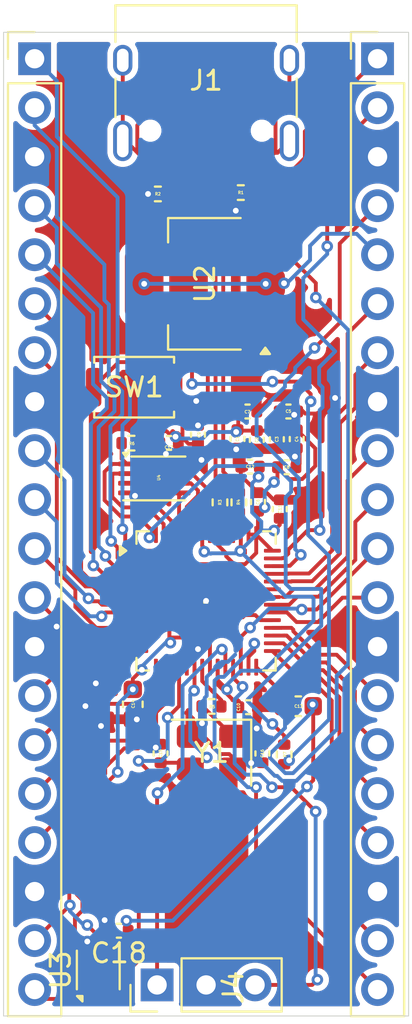
<source format=kicad_pcb>
(kicad_pcb (version 20241229) (generator "pcbnew") (generator_version "9.0")
  (layers (0 "F.Cu" signal) (2 "B.Cu" signal) (13 "F.Paste" user) (15 "B.Paste" user) (5 "F.SilkS" user "F.Silkscreen") (7 "B.SilkS" user "B.Silkscreen") (1 "F.Mask" user) (3 "B.Mask" user) (25 "Edge.Cuts" user))
  (net 0 "")
  (net 1 "+3V3")
  (net 2 "+1V1")
  (net 3 "VBUS")
  (net 4 "XIN")
  (net 5 "Net-(C16-Pad2)")
  (net 6 "USBD-")
  (net 7 "Net-(J1-SHIELD)")
  (net 8 "Net-(J1-CC1)")
  (net 9 "Net-(J1-CC2)")
  (net 10 "USBD+")
  (net 11 "GPIO8")
  (net 12 "GPIO2")
  (net 13 "GPIO10")
  (net 14 "GPIO4")
  (net 15 "GPIO13")
  (net 16 "GPIO9")
  (net 17 "GPIO6")
  (net 18 "GPIO7")
  (net 19 "GPIO11")
  (net 20 "GPIO14")
  (net 21 "GPIO1")
  (net 22 "GPIO12")
  (net 23 "GPIO0")
  (net 24 "GPIO3")
  (net 25 "GPIO5")
  (net 26 "RUN")
  (net 27 "GPIO20")
  (net 28 "GPIO21")
  (net 29 "GPIO22")
  (net 30 "GPIO19")
  (net 31 "GPIO27_ADC1")
  (net 32 "GPIO16")
  (net 33 "GPIO26_ADC0")
  (net 34 "GPIO28_ADC2")
  (net 35 "GPIO18")
  (net 36 "GPIO29_ADC3")
  (net 37 "GPIO24")
  (net 38 "GPIO23")
  (net 39 "GPIO17")
  (net 40 "SWD")
  (net 41 "SWCLK")
  (net 42 "Net-(U1-USB_DP)")
  (net 43 "Net-(U1-USB_DM)")
  (net 44 "XOUT")
  (net 45 "QSPI_SS")
  (net 46 "Net-(R7-Pad1)")
  (net 47 "QSPI_SD1")
  (net 48 "QSPI_SD3")
  (net 50 "QSPI_SCLK")
  (net 51 "QSPI_SD0")
  (net 52 "QSPI_SD2")
  (net 54 "GND")
  (net 55 "GPIO15")
  (footprint "Capacitor_SMD:C_0402_1005Metric" (layer "F.Cu") (at 210.12 93.77)
    (property "Reference" "C8")
    (property "Value" "0.1uF" (hide yes))
  )
  (footprint "Package_SON:Winbond_USON-8-1EP_3x2mm_P0.5mm_EP0.2x1.6mm" (layer "F.Cu") (at 203.255 94.35)
    (property "Reference" "U4")
    (property "Value" "W25Q16JVSS" (hide yes))
  )
  (footprint "Capacitor_SMD:C_0402_1005Metric" (layer "F.Cu") (at 205.52 92.08 90)
    (property "Reference" "C9")
    (property "Value" "0.1uF" (hide yes))
  )
  (footprint "Resistor_SMD:R_0402_1005Metric" (layer "F.Cu") (at 209.99 108.66 90)
    (property "Reference" "R7")
    (property "Value" "1K" (hide yes))
  )
  (footprint "Connector_PinHeader_2.54mm:PinHeader_1x03_P2.54mm_Vertical" (layer "F.Cu") (at 203.4 120.61 90)
    (property "Reference" "J4")
    (property "Value" "Conn_01x03" (hide yes))
  )
  (footprint "Capacitor_SMD:C_0402_1005Metric" (layer "F.Cu") (at 208.22 93.74 180)
    (property "Reference" "C12")
    (property "Value" "0.1uF" (hide yes))
  )
  (footprint "Capacitor_SMD:C_0402_1005Metric" (layer "F.Cu") (at 208.12 106.21)
    (property "Reference" "C10")
    (property "Value" "1uF" (hide yes))
  )
  (footprint "Crystal:Crystal_SMD_3225-4Pin_3.2x2.5mm" (layer "F.Cu") (at 206.22 108.57 180)
    (property "Reference" "Y1")
    (property "Value" "12 MHz" (hide yes))
  )
  (footprint "Capacitor_SMD:C_0402_1005Metric" (layer "F.Cu") (at 208.09 90.88)
    (property "Reference" "C7")
    (property "Value" "0.1uF" (hide yes))
  )
  (footprint "Sensor_Humidity:Sensirion_DFN-4-1EP_2x2mm_P1mm_EP0.7x1.6mm" (layer "F.Cu") (at 200.35 119.835 90)
    (property "Reference" "U3")
    (property "Value" "SHTC3")
  )
  (footprint "Connector_USB:USB_C_Receptacle_HRO_TYPE-C-31-M-12" (layer "F.Cu") (at 205.94 73.72 180)
    (property "Reference" "J1")
    (property "Value" "USB_C_Receptacle_USB2.0_14P" (hide yes))
  )
  (footprint "Capacitor_SMD:C_0402_1005Metric" (layer "F.Cu") (at 208.63 95.57 90)
    (property "Reference" "C6")
    (property "Value" "0.1uF" (hide yes))
  )
  (footprint "Capacitor_SMD:C_0402_1005Metric" (layer "F.Cu") (at 201.42 117.8 180)
    (property "Reference" "C18")
    (property "Value" "47 µF")
  )
  (footprint "Capacitor_SMD:C_0402_1005Metric" (layer "F.Cu") (at 204.02 92.51 180)
    (property "Reference" "C17")
    (property "Value" "0.1uF" (hide yes))
  )
  (footprint "Package_DFN_QFN:QFN-56-1EP_7x7mm_P0.4mm_EP3.2x3.2mm" (layer "F.Cu") (at 205.94 100.6975)
    (property "Reference" "U1")
    (property "Value" "RP2040" (hide yes))
  )
  (footprint "Capacitor_SMD:C_0402_1005Metric" (layer "F.Cu") (at 203.58 108.61 -90)
    (property "Reference" "C15")
    (property "Value" "33pF")
  )
  (footprint "Package_TO_SOT_SMD:SOT-223-3_TabPin2" (layer "F.Cu") (at 205.88 84.26 180)
    (property "Reference" "U2")
    (property "Value" "NCP1117-3.3_SOT223" (hide yes))
  )
  (footprint "Resistor_SMD:R_0402_1005Metric" (layer "F.Cu") (at 206.66 95.59 90)
    (property "Reference" "R3")
    (property "Value" "27" (hide yes))
  )
  (footprint "Capacitor_SMD:C_0603_1608Metric" (layer "F.Cu") (at 210.72 106.16 180)
    (property "Reference" "C13")
    (property "Value" "10uF" (hide yes))
  )
  (footprint "Resistor_SMD:R_0402_1005Metric" (layer "F.Cu") (at 207.64 95.59 -90)
    (property "Reference" "R4")
    (property "Value" "27" (hide yes))
  )
  (footprint "Capacitor_SMD:C_0402_1005Metric" (layer "F.Cu") (at 207.57 92.3 -90)
    (property "Reference" "C1")
    (property "Value" "1uF" (hide yes))
  )
  (footprint "Connector_PinHeader_2.54mm:PinHeader_1x20_P2.54mm_Vertical" (layer "F.Cu") (at 197.05 72.59)
    (property "Reference" "J2" (hide yes))
    (property "Value" "Conn_01x20" (hide yes))
  )
  (footprint "Button_Switch_SMD:SW_Push_SPST_NO_Alps_SKRK" (layer "F.Cu") (at 202.21 89.62 180)
    (property "Reference" "SW1")
    (property "Value" "SW_Push" (hide yes))
  )
  (footprint "Capacitor_SMD:C_0603_1608Metric" (layer "F.Cu") (at 202.14 106.06 -90)
    (property "Reference" "C14")
    (property "Value" "10uF")
  )
  (footprint "Capacitor_SMD:C_0402_1005Metric" (layer "F.Cu") (at 208.86 108.61 90)
    (property "Reference" "C16")
    (property "Value" "33pF" (hide yes))
  )
  (footprint "Resistor_SMD:R_0402_1005Metric" (layer "F.Cu") (at 202.07 92.52 180)
    (property "Reference" "R6")
    (property "Value" "10K" (hide yes))
  )
  (footprint "Connector_PinHeader_2.54mm:PinHeader_1x20_P2.54mm_Vertical" (layer "F.Cu") (at 214.83 72.59)
    (property "Reference" "J3" (hide yes))
    (property "Value" "Conn_01x20" (hide yes))
  )
  (footprint "Capacitor_SMD:C_0402_1005Metric" (layer "F.Cu") (at 210.21 90.88)
    (property "Reference" "C5")
    (property "Value" "0.1uF" (hide yes))
  )
  (footprint "Capacitor_SMD:C_0402_1005Metric" (layer "F.Cu") (at 209.61 92.32 -90)
    (property "Reference" "C3")
    (property "Value" "0.1uF" (hide yes))
  )
  (footprint "Resistor_SMD:R_0402_1005Metric" (layer "F.Cu") (at 203.44 79.6 180)
    (property "Reference" "R2")
    (property "Value" "5.1K" (hide yes))
  )
  (footprint "Capacitor_SMD:C_0402_1005Metric" (layer "F.Cu") (at 209.76 95.94 90)
    (property "Reference" "C11")
    (property "Value" "0.1uF" (hide yes))
  )
  (footprint "Resistor_SMD:R_0402_1005Metric" (layer "F.Cu") (at 206.22 106.17)
    (property "Reference" "R5")
    (property "Value" "1K" (hide yes))
  )
  (footprint "Capacitor_SMD:C_0402_1005Metric" (layer "F.Cu") (at 210.64 92.31 -90)
    (property "Reference" "C4")
    (property "Value" "0.1uF" (hide yes))
  )
  (footprint "Resistor_SMD:R_0402_1005Metric" (layer "F.Cu") (at 207.74 79.53 180)
    (property "Reference" "R1")
    (property "Value" "5.1K" (hide yes))
  )
  (footprint "Capacitor_SMD:C_0402_1005Metric" (layer "F.Cu") (at 208.57 92.35 -90)
    (property "Reference" "C2")
    (property "Value" "0.1uF" (hide yes))
  )
  (gr_rect (start 195.44 71.22) (end 216.44 122.22) (stroke (width 0.05)) (fill no) (layer "Edge.Cuts"))
  (segment (start 199.249 120.333999) (end 199.249 118.838239) (width 0.2) (layer "F.Cu") (net 1))
  (segment (start 204.224229 92.0999) (end 204.264777 92.0999) (width 0.2) (layer "F.Cu") (net 1))
  (segment (start 204.062979 92.067643) (end 204.256486 92.067643) (width 0.2) (layer "F.Cu") (net 1))
  (segment (start 204.178456 91.927105) (end 204.181141 91.927105) (width 0.2) (layer "F.Cu") (net 1))
  (segment (start 204.187422 91.936009) (end 204.18908 91.934351) (width 0.2) (layer "F.Cu") (net 1))
  (segment (start 204.235268 91.921188) (end 204.236333 91.920123) (width 0.2) (layer "F.Cu") (net 1))
  (segment (start 204.210533 91.924606) (end 204.225326 91.909813) (width 0.2) (layer "F.Cu") (net 1))
  (segment (start 204.68 93.6) (end 204.68 92.69) (width 0.2) (layer "F.Cu") (net 1))
  (segment (start 204.716367 92.293633) (end 204.716367 90.974394) (width 0.2) (layer "F.Cu") (net 1))
  (segment (start 204.5 92.51) (end 204.716367 92.293633) (width 0.2) (layer "F.Cu") (net 1))
  (segment (start 206.14 97.26) (end 206.14 97.395274) (width 0.2) (layer "F.Cu") (net 1))
  (segment (start 204.179985 91.925831) (end 204.210533 91.895283) (width 0.2) (layer "F.Cu") (net 1))
  (segment (start 204.039 102.5985) (end 204.039 98.7965) (width 0.2) (layer "F.Cu") (net 1))
  (segment (start 204.5 92.188514) (end 204.233971 91.922485) (width 0.2) (layer "F.Cu") (net 1))
  (segment (start 204.0365 101.6975) (end 204.039 101.7) (width 0.2) (layer "F.Cu") (net 1))
  (segment (start 203.34 98.0975) (end 204.039 98.7965) (width 0.2) (layer "F.Cu") (net 1))
  (segment (start 204.68 92.69) (end 204.5 92.51) (width 0.2) (layer "F.Cu") (net 1))
  (segment (start 207.95727 98.7965) (end 208.54 98.21377) (width 0.2) (layer "F.Cu") (net 1))
  (segment (start 203.201 91.899) (end 203.889 91.899) (width 0.2) (layer "F.Cu") (net 1))
  (segment (start 205.034416 92.56) (end 204.476416 92.002) (width 0.2) (layer "F.Cu") (net 1))
  (segment (start 209.61 91) (end 209.73 90.88) (width 0.2) (layer "F.Cu") (net 1))
  (segment (start 204.182682 91.93126) (end 204.18571 91.93126) (width 0.2) (layer "F.Cu") (net 1))
  (segment (start 208.63 96.05) (end 208.63 97.17) (width 0.2) (layer "F.Cu") (net 1))
  (segment (start 202.5025 98.0975) (end 203.34 98.0975) (width 0.2) (layer "F.Cu") (net 1))
  (segment (start 204.235268 91.921188) (end 204.235268 91.919277) (width 0.2) (layer "F.Cu") (net 1))
  (segment (start 209.64 94.363803) (end 209.464979 94.538824) (width 0.2) (layer "F.Cu") (net 1))
  (segment (start 204.185779 91.934351) (end 204.18736 91.93277) (width 0.2) (layer "F.Cu") (net 1))
  (segment (start 208.775451 96.05) (end 208.979389 95.846062) (width 0.2) (layer "F.Cu") (net 1))
  (segment (start 211.599239 93.708311) (end 211.599239 92.789239) (width 0.2) (layer "F.Cu") (net 1))
  (segment (start 209.64 93.77) (end 210.251 94.381) (width 0.2) (layer "F.Cu") (net 1))
  (segment (start 209.953154 84.26) (end 209.981984 84.23117) (width 0.2) (layer "F.Cu") (net 1))
  (segment (start 204.185779 91.934351) (end 204.18908 91.934351) (width 0.2) (layer "F.Cu") (net 1))
  (segment (start 207.57 91.82) (end 207.499748 91.890252) (width 0.2) (layer "F.Cu") (net 1))
  (segment (start 208.54 97.26) (end 209.3775 98.0975) (width 0.2) (layer "F.Cu") (net 1))
  (segment (start 199.14 117.139239) (end 199.52962 116.749619) (width 0.2) (layer "F.Cu") (net 1))
  (segment (start 207.841 101.548577) (end 207.841 98.7965) (width 0.2) (layer "F.Cu") (net 1))
  (segment (start 207.841 98.7965) (end 207.39352 98.7965) (width 0.2) (layer "F.Cu") (net 1))
  (segment (start 204.189152 91.937765) (end 204.192857 91.937765) (width 0.2) (layer "F.Cu") (net 1))
  (segment (start 206.14 97.395274) (end 206.98351 98.238784) (width 0.2) (layer "F.Cu") (net 1))
  (segment (start 204.179814 91.928432) (end 204.182604 91.928432) (width 0.2) (layer "F.Cu") (net 1))
  (segment (start 206.029 87.559) (end 202.73 84.26) (width 0.2) (layer "F.Cu") (net 1))
  (segment (start 199.249 115.930521) (end 199.249 111.681) (width 0.2) (layer "F.Cu") (net 1))
  (segment (start 204.179985 91.925831) (end 204.179985 91.925576) (width 0.2) (layer "F.Cu") (net 1))
  (segment (start 203.889 91.899) (end 204.5 92.51) (width 0.2) (layer "F.Cu") (net 1))
  (segment (start 204.232257 91.922288) (end 204.232257 91.916496) (width 0.2) (layer "F.Cu") (net 1))
  (segment (start 204.5 92.51) (end 204.5 92.188514) (width 0.2) (layer "F.Cu") (net 1))
  (segment (start 204.039 101.7) (end 204.039 102.5985) (width 0.2) (layer "F.Cu") (net 1))
  (segment (start 205.785606 90.974394) (end 206.029 90.731) (width 0.2) (layer "F.Cu") (net 1))
  (segment (start 204.1842 91.93277) (end 204.18571 91.93126) (width 0.2) (layer "F.Cu") (net 1))
  (segment (start 206.029 90.731) (end 206.029 87.559) (width 0.2) (layer "F.Cu") (net 1))
  (segment (start 202.5025 101.6975) (end 204.0365 101.6975) (width 0.2) (layer "F.Cu") (net 1))
  (segment (start 204.179814 91.928432) (end 204.181141 91.927105) (width 0.2) (layer "F.Cu") (net 1))
  (segment (start 202.14 104.74) (end 202.61 104.27) (width 0.2) (layer "F.Cu") (net 1))
  (segment (start 208.755481 101.6975) (end 208.493018 101.435037) (width 0.2) (layer "F.Cu") (net 1))
  (segment (start 207.393519 98.7965) (end 207.95727 98.7965) (width 0.2) (layer "F.Cu") (net 1))
  (segment (start 207.62 91.87) (end 207.57 91.82) (width 0.2) (layer "F.Cu") (net 1))
  (segment (start 204.039 98.7965) (end 207.841 98.7965) (width 0.2) (layer "F.Cu") (net 1))
  (segment (start 204.187422 91.936009) (end 204.190908 91.936009) (width 0.2) (layer "F.Cu") (net 1))
  (segment (start 204.225326 91.923427) (end 204.225326 91.909813) (width 0.2) (layer "F.Cu") (net 1))
  (segment (start 208.57 91.87) (end 209.58 91.87) (width 0.2) (layer "F.Cu") (net 1))
  (segment (start 204.224229 92.0999) (end 204.256486 92.067643) (width 0.2) (layer "F.Cu") (net 1))
  (segment (start 199.249 111.681) (end 201.36 109.57) (width 0.2) (layer "F.Cu") (net 1))
  (segment (start 204.039 102.5985) (end 206.14 102.5985) (width 0.2) (layer "F.Cu") (net 1))
  (segment (start 199.85 120.76) (end 199.675001 120.76) (width 0.2) (layer "F.Cu") (net 1))
  (segment (start 204.716367 90.974394) (end 205.785606 90.974394) (width 0.2) (layer "F.Cu") (net 1))
  (segment (start 204.476416 92.002) (end 204.313486 92.002) (width 0.2) (layer "F.Cu") (net 1))
  (segment (start 209.03 84.26) (end 209.953154 84.26) (width 0.2) (layer "F.Cu") (net 1))
  (segment (start 204.225326 91.923427) (end 204.232257 91.916496) (width 0.2) (layer "F.Cu") (net 1))
  (segment (start 204.181221 91.929815) (end 204.184127 91.929815) (width 0.2) (layer "F.Cu") (net 1))
  (segment (start 199.52962 116.211141) (end 199.249 115.930521) (width 0.2) (layer "F.Cu") (net 1))
  (segment (start 204.264777 92.0999) (end 204.353384 92.188507) (width 0.2) (layer "F.Cu") (net 1))
  (segment (start 204.181221 91.929815) (end 204.182604 91.928432) (width 0.2) (layer "F.Cu") (net 1))
  (segment (start 209.64 93.77) (end 209.64 94.363803) (width 0.2) (layer "F.Cu") (net 1))
  (segment (start 204.232257 91.922288) (end 204.235268 91.919277) (width 0.2) (layer "F.Cu") (net 1))
  (segment (start 209.58 91.87) (end 209.61 91.84) (width 0.2) (layer "F.Cu") (net 1))
  (segment (start 207.95454 101.435037) (end 207.841 101.548577) (width 0.2) (layer "F.Cu") (net 1))
  (segment (start 208.63 96.05) (end 208.775451 96.05) (width 0.2) (layer "F.Cu") (net 1))
  (segment (start 207.61 90.88) (end 207.61 91.78) (width 0.2) (layer "F.Cu") (net 1))
  (segment (start 199.249 118.838239) (end 199.14 118.729239) (width 0.2) (layer "F.Cu") (net 1))
  (segment (start 202.729998 84.26) (end 202.73 84.26) (width 0.2) (layer "F.Cu") (net 1))
  (segment (start 204.039 98.7965) (end 204.039 101.7) (width 0.2) (layer "F.Cu") (net 1))
  (segment (start 206.98351 98.238784) (end 206.98351 98.38649) (width 0.2) (layer "F.Cu") (net 1))
  (segment (start 207.39352 98.7965) (end 206.98351 98.38649) (width 0.2) (layer "F.Cu") (net 1))
  (segment (start 210.251 94.381) (end 210.92655 94.381) (width 0.2) (layer "F.Cu") (net 1))
  (segment (start 206.14 104.135) (end 206.14 102.5985) (width 0.2) (layer "F.Cu") (net 1))
  (segment (start 209.61 91.84) (end 209.61 91) (width 0.2) (layer "F.Cu") (net 1))
  (segment (start 209.3775 101.6975) (end 208.755481 101.6975) (width 0.2) (layer "F.Cu") (net 1))
  (segment (start 205.52 92.56) (end 205.034416 92.56) (width 0.2) (layer "F.Cu") (net 1))
  (segment (start 204.182682 91.93126) (end 204.184127 91.929815) (width 0.2) (layer "F.Cu") (net 1))
  (segment (start 199.52962 116.749619) (end 199.52962 116.211141) (width 0.2) (layer "F.Cu") (net 1))
  (segment (start 204.210533 91.924606) (end 204.210533 91.895283) (width 0.2) (layer "F.Cu") (net 1))
  (segment (start 211.599239 92.789239) (end 210.64 91.83) (width 0.2) (layer "F.Cu") (net 1))
  (segment (start 208.63 97.17) (end 208.54 97.26) (width 0.2) (layer "F.Cu") (net 1))
  (segment (start 208.54 97.26) (end 208.14 97.26) (width 0.2) (layer "F.Cu") (net 1))
  (segment (start 202.58 92.52) (end 203.201 91.899) (width 0.2) (layer "F.Cu") (net 1))
  (segment (start 204.178456 91.927105) (end 204.179985 91.925576) (width 0.2) (layer "F.Cu") (net 1))
  (segment (start 202.14 105.285) (end 202.14 104.74) (width 0.2) (layer "F.Cu") (net 1))
  (segment (start 208.57 91.87) (end 207.62 91.87) (width 0.2) (layer "F.Cu") (net 1))
  (segment (start 204.189152 91.937765) (end 204.190908 91.936009) (width 0.2) (layer "F.Cu") (net 1))
  (segment (start 204.1842 91.93277) (end 204.18736 91.93277) (width 0.2) (layer "F.Cu") (net 1))
  (segment (start 209.03 84.26) (end 209.030002 84.26) (width 0.2) (layer "F.Cu") (net 1))
  (segment (start 207.499748 91.890252) (end 207.499748 91.942328) (width 0.2) (layer "F.Cu") (net 1))
  (segment (start 206.98351 98.38649) (end 207.393519 98.7965) (width 0.2) (layer "F.Cu") (net 1))
  (segment (start 210.92655 94.381) (end 211.599239 93.708311) (width 0.2) (layer "F.Cu") (net 1))
  (segment (start 209.62 91.83) (end 209.61 91.84) (width 0.2) (layer "F.Cu") (net 1))
  (segment (start 208.493018 101.435037) (end 207.95454 101.435037) (width 0.2) (layer "F.Cu") (net 1))
  (segment (start 206.54 97.26) (end 206.14 97.26) (width 0.2) (layer "F.Cu") (net 1))
  (segment (start 208.54 98.21377) (end 208.54 97.26) (width 0.2) (layer "F.Cu") (net 1))
  (segment (start 199.14 118.729239) (end 199.14 117.139239) (width 0.2) (layer "F.Cu") (net 1))
  (segment (start 207.61 91.78) (end 207.57 91.82) (width 0.2) (layer "F.Cu") (net 1))
  (segment (start 210.64 91.83) (end 209.62 91.83) (width 0.2) (layer "F.Cu") (net 1))
  (segment (start 204.062979 92.067643) (end 204.192857 91.937765) (width 0.2) (layer "F.Cu") (net 1))
  (segment (start 199.675001 120.76) (end 199.249 120.333999) (width 0.2) (layer "F.Cu") (net 1))
  (via (at 207.499748 91.942328) (size 0.6) (drill 0.3) (layers "F.Cu" "B.Cu") (net 1))
  (via (at 204.353384 92.188507) (size 0.6) (drill 0.3) (layers "F.Cu" "B.Cu") (net 1))
  (via (at 202.729998 84.26) (size 0.6) (drill 0.3) (layers "F.Cu" "B.Cu") (net 1))
  (via (at 209.464979 94.538824) (size 0.6) (drill 0.3) (layers "F.Cu" "B.Cu") (net 1))
  (via (at 209.981984 84.23117) (size 0.6) (drill 0.3) (layers "F.Cu" "B.Cu") (net 1))
  (via (at 202.14 105.285) (size 0.6) (drill 0.3) (layers "F.Cu" "B.Cu") (net 1))
  (via (at 209.030002 84.26) (size 0.6) (drill 0.3) (layers "F.Cu" "B.Cu") (net 1))
  (via (at 201.36 109.57) (size 0.6) (drill 0.3) (layers "F.Cu" "B.Cu") (net 1))
  (via (at 202.61 104.27) (size 0.6) (drill 0.3) (layers "F.Cu" "B.Cu") (net 1))
  (via (at 208.979389 95.846062) (size 0.6) (drill 0.3) (layers "F.Cu" "B.Cu") (net 1))
  (via (at 204.089254 102.867582) (size 0.6) (drill 0.3) (layers "F.Cu" "B.Cu") (net 1))
  (segment (start 208.979389 95.024414) (end 209.464979 94.538824) (width 0.2) (layer "B.Cu") (net 1))
  (segment (start 201.36 106.065) (end 202.14 105.285) (width 0.2) (layer "B.Cu") (net 1))
  (segment (start 204.444877 92.28) (end 204.353384 92.188507) (width 0.2) (layer "B.Cu") (net 1))
  (segment (start 211.951112 81.66631) (end 211.33 82.287422) (width 0.2) (layer "B.Cu") (net 1))
  (segment (start 206.096911 91.942328) (end 205.759239 92.28) (width 0.2) (layer "B.Cu") (net 1))
  (segment (start 211.33 83.030901) (end 210.129731 84.23117) (width 0.2) (layer "B.Cu") (net 1))
  (segment (start 202.61 104.27) (end 202.61 104.101354) (width 0.2) (layer "B.Cu") (net 1))
  (segment (start 210.129731 84.23117) (end 209.981984 84.23117) (width 0.2) (layer "B.Cu") (net 1))
  (segment (start 201.36 109.57) (end 201.36 106.065) (width 0.2) (layer "B.Cu") (net 1))
  (segment (start 211.33 82.287422) (end 211.33 83.030901) (width 0.2) (layer "B.Cu") (net 1))
  (segment (start 203.843772 102.867582) (end 204.089254 102.867582) (width 0.2) (layer "B.Cu") (net 1))
  (segment (start 213.74631 81.66631) (end 211.951112 81.66631) (width 0.2) (layer "B.Cu") (net 1))
  (segment (start 207.499748 91.942328) (end 206.096911 91.942328) (width 0.2) (layer "B.Cu") (net 1))
  (segment (start 208.979389 95.846062) (end 208.979389 95.024414) (width 0.2) (layer "B.Cu") (net 1))
  (segment (start 214.83 82.75) (end 213.74631 81.66631) (width 0.2) (layer "B.Cu") (net 1))
  (segment (start 202.729998 84.26) (end 209.030002 84.26) (width 0.2) (layer "B.Cu") (net 1))
  (segment (start 205.759239 92.28) (end 204.444877 92.28) (width 0.2) (layer "B.Cu") (net 1))
  (segment (start 202.61 104.101354) (end 203.843772 102.867582) (width 0.2) (layer "B.Cu") (net 1))
  (segment (start 207.301 105.83291) (end 207.314721 105.846631) (width 0.2) (layer "F.Cu") (net 2))
  (segment (start 205.997498 98.101302) (end 205.997498 98.113009) (width 0.2) (layer "F.Cu") (net 2))
  (segment (start 208.7 93.74) (end 208.7 94.226346) (width 0.2) (layer "F.Cu") (net 2))
  (segment (start 205.997498 98.113009) (end 205.964007 98.1465) (width 0.2) (layer "F.Cu") (net 2))
  (segment (start 207.74 97.85501) (end 207.862469 97.977479) (width 0.2) (layer "F.Cu") (net 2))
  (segment (start 207.314721 105.846631) (end 207.58663 105.846631) (width 0.2) (layer "F.Cu") (net 2))
  (segment (start 207.732158 97.803116) (end 207.732158 97.847168) (width 0.2) (layer "F.Cu") (net 2))
  (segment (start 206.54 104.807985) (end 207.021157 105.289142) (width 0.2) (layer "F.Cu") (net 2))
  (segment (start 205.964007 98.1465) (end 205.847166 98.1465) (width 0.2) (layer "F.Cu") (net 2))
  (segment (start 206.54 105.03966) (end 207.301 105.80066) (width 0.2) (layer "F.Cu") (net 2))
  (segment (start 205.74 97.843804) (end 205.997498 98.101302) (width 0.2) (layer "F.Cu") (net 2))
  (segment (start 205.74 97.26) (end 205.74 97.843804) (width 0.2) (layer "F.Cu") (net 2))
  (segment (start 207.955485 98.065063) (end 207.906409 98.114139) (width 0.2) (layer "F.Cu") (net 2))
  (segment (start 207.64 105.900001) (end 207.64 106.21) (width 0.2) (layer "F.Cu") (net 2))
  (segment (start 207.58663 105.846631) (end 207.64 105.900001) (width 0.2) (layer "F.Cu") (net 2))
  (segment (start 206.54 104.135) (end 206.54 104.807985) (width 0.2) (layer "F.Cu") (net 2))
  (segment (start 206.54 104.135) (end 206.54 105.03966) (width 0.2) (layer "F.Cu") (net 2))
  (segment (start 208.7 94.226346) (end 208.659748 94.266598) (width 0.2) (layer "F.Cu") (net 2))
  (segment (start 207.862469 97.977479) (end 207.862469 98.138169) (width 0.2) (layer "F.Cu") (net 2))
  (segment (start 207.906409 98.114139) (end 207.711764 98.114139) (width 0.2) (layer "F.Cu") (net 2))
  (segment (start 209.76 96.42) (end 209.76 96.755025) (width 0.2) (layer "F.Cu") (net 2))
  (segment (start 207.732158 97.847168) (end 207.862469 97.977479) (width 0.2) (layer "F.Cu") (net 2))
  (segment (start 207.955485 98.065063) (end 207.955485 98.231185) (width 0.2) (layer "F.Cu") (net 2))
  (segment (start 207.74 97.795274) (end 207.732158 97.803116) (width 0.2) (layer "F.Cu") (net 2))
  (segment (start 209.76 96.755025) (end 209.466048 97.048977) (width 0.2) (layer "F.Cu") (net 2))
  (segment (start 207.74 97.26) (end 207.74 97.85501) (width 0.2) (layer "F.Cu") (net 2))
  (segment (start 207.301 105.80066) (end 207.301 105.83291) (width 0.2) (layer "F.Cu") (net 2))
  (segment (start 207.862469 98.138169) (end 207.955485 98.231185) (width 0.2) (layer "F.Cu") (net 2))
  (via (at 207.711764 98.114139) (size 0.6) (drill 0.3) (layers "F.Cu" "B.Cu") (net 2))
  (via (at 209.466048 97.048977) (size 0.6) (drill 0.3) (layers "F.Cu" "B.Cu") (net 2))
  (via (at 205.847166 98.1465) (size 0.6) (drill 0.3) (layers "F.Cu" "B.Cu") (net 2))
  (via (at 207.021157 105.289142) (size 0.6) (drill 0.3) (layers "F.Cu" "B.Cu") (net 2))
  (via (at 208.659748 94.266598) (size 0.6) (drill 0.3) (layers "F.Cu" "B.Cu") (net 2))
  (segment (start 208.802174 96.588086) (end 208.329389 96.115301) (width 0.2) (layer "B.Cu") (net 2))
  (segment (start 206.085192 98.234194) (end 206.051701 98.234194) (width 0.2) (layer "B.Cu") (net 2))
  (segment (start 206.185964 98.2475) (end 206.185336 98.246872) (width 0.2) (layer "B.Cu") (net 2))
  (segment (start 208.329389 94.596957) (end 208.659748 94.266598) (width 0.2) (layer "B.Cu") (net 2))
  (segment (start 207.711764 98.099287) (end 207.711764 98.114139) (width 0.2) (layer "B.Cu") (net 2))
  (segment (start 208.329389 96.115301) (end 208.329389 94.596957) (width 0.2) (layer "B.Cu") (net 2))
  (segment (start 206.156958 98.24468) (end 206.127628 98.24468) (width 0.2) (layer "B.Cu") (net 2))
  (segment (start 205.96985 98.217222) (end 205.95986 98.207232) (width 0.2) (layer "B.Cu") (net 2))
  (segment (start 207.711764 98.114139) (end 207.594001 98.231902) (width 0.2) (layer "B.Cu") (net 2))
  (segment (start 208.802174 97.008877) (end 208.802174 96.588086) (width 0.2) (layer "B.Cu") (net 2))
  (segment (start 205.95986 98.207232) (end 205.931954 98.207232) (width 0.2) (layer "B.Cu") (net 2))
  (segment (start 206.091482 98.240484) (end 206.085192 98.234194) (width 0.2) (layer "B.Cu") (net 2))
  (segment (start 206.0013 98.217222) (end 205.96985 98.217222) (width 0.2) (layer "B.Cu") (net 2))
  (segment (start 205.897885 98.197219) (end 205.847166 98.1465) (width 0.2) (layer "B.Cu") (net 2))
  (segment (start 206.197902 98.2475) (end 206.185964 98.2475) (width 0.2) (layer "B.Cu") (net 2))
  (segment (start 206.044013 98.226506) (end 206.010584 98.226506) (width 0.2) (layer "B.Cu") (net 2))
  (segment (start 206.185336 98.246872) (end 206.15915 98.246872) (width 0.2) (layer "B.Cu") (net 2))
  (segment (start 205.931954 98.207232) (end 205.921941 98.197219) (width 0.2) (layer "B.Cu") (net 2))
  (segment (start 207.021157 105.044529) (end 207.021157 105.289142) (width 0.2) (layer "B.Cu") (net 2))
  (segment (start 206.2135 98.231902) (end 206.197902 98.2475) (width 0.2) (layer "B.Cu") (net 2))
  (segment (start 206.123432 98.240484) (end 206.091482 98.240484) (width 0.2) (layer "B.Cu") (net 2))
  (segment (start 209.465025 97.05) (end 209.466048 97.048977) (width 0.2) (layer "B.Cu") (net 2))
  (segment (start 207.711764 98.114139) (end 210.077625 100.48) (width 0.2) (layer "B.Cu") (net 2))
  (segment (start 206.127628 98.24468) (end 206.123432 98.240484) (width 0.2) (layer "B.Cu") (net 2))
  (segment (start 206.15915 98.246872) (end 206.156958 98.24468) (width 0.2) (layer "B.Cu") (net 2))
  (segment (start 208.802174 97.008877) (end 207.711764 98.099287) (width 0.2) (layer "B.Cu") (net 2))
  (segment (start 208.802174 97.008877) (end 208.843297 97.05) (width 0.2) (layer "B.Cu") (net 2))
  (segment (start 208.916712 104.317602) (end 207.748084 104.317602) (width 0.2) (layer "B.Cu") (net 2))
  (segment (start 211.422567 100.48) (end 211.511 100.568433) (width 0.2) (layer "B.Cu") (net 2))
  (segment (start 211.511 100.568433) (end 211.511 101.723314) (width 0.2) (layer "B.Cu") (net 2))
  (segment (start 206.051701 98.234194) (end 206.044013 98.226506) (width 0.2) (layer "B.Cu") (net 2))
  (segment (start 210.077625 100.48) (end 211.422567 100.48) (width 0.2) (layer "B.Cu") (net 2))
  (segment (start 207.748084 104.317602) (end 207.021157 105.044529) (width 0.2) (layer "B.Cu") (net 2))
  (segment (start 207.594001 98.231902) (end 206.2135 98.231902) (width 0.2) (layer "B.Cu") (net 2))
  (segment (start 208.843297 97.05) (end 209.465025 97.05) (width 0.2) (layer "B.Cu") (net 2))
  (segment (start 206.010584 98.226506) (end 206.0013 98.217222) (width 0.2) (layer "B.Cu") (net 2))
  (segment (start 205.921941 98.197219) (end 205.897885 98.197219) (width 0.2) (layer "B.Cu") (net 2))
  (segment (start 211.511 101.723314) (end 208.916712 104.317602) (width 0.2) (layer "B.Cu") (net 2))
  (segment (start 211.495 109.998454) (end 211.495 106.16) (width 0.2) (layer "F.Cu") (net 3))
  (segment (start 214.83 72.59) (end 211.061 76.359) (width 0.2) (layer "F.Cu") (net 3))
  (segment (start 201.9 117.8) (end 201.9 117.37) (width 0.2) (layer "F.Cu") (net 3))
  (segment (start 208.39 76.84) (end 208.39 77.765) (width 0.2) (layer "F.Cu") (net 3))
  (segment (start 209.03 79.232) (end 208.39 78.592) (width 0.2) (layer "F.Cu") (net 3))
  (segment (start 207.1562 76.12) (end 207.67 76.12) (width 0.2) (layer "F.Cu") (net 3))
  (segment (start 211.061 76.359) (end 211.061 77.731785) (width 0.2) (layer "F.Cu") (net 3))
  (segment (start 205.0638 76.28) (end 205.406801 75.937) (width 0.2) (layer "F.Cu") (net 3))
  (segment (start 208.589 78.791) (end 208.39 78.592) (width 0.2) (layer "F.Cu") (net 3))
  (segment (start 203.49 76.84) (end 204.05 76.28) (width 0.2) (layer "F.Cu") (net 3))
  (segment (start 211.061 77.731785) (end 210.001785 78.791) (width 0.2) (layer "F.Cu") (net 3))
  (segment (start 209.03 81.96) (end 209.03 79.232) (width 0.2) (layer "F.Cu") (net 3))
  (segment (start 211.495 106.16) (end 211.463265 106.128265) (width 0.2) (layer "F.Cu") (net 3))
  (segment (start 206.9732 75.937) (end 207.1562 76.12) (width 0.2) (layer "F.Cu") (net 3))
  (segment (start 204.05 76.28) (end 205.0638 76.28) (width 0.2) (layer "F.Cu") (net 3))
  (segment (start 203.49 77.765) (end 203.49 76.84) (width 0.2) (layer "F.Cu") (net 3))
  (segment (start 211.63 84.22) (end 209.37 81.96) (width 0.2) (layer "F.Cu") (net 3))
  (segment (start 208.39 78.592) (end 208.39 77.765) (width 0.2) (layer "F.Cu") (net 3))
  (segment (start 201.9 117.37) (end 201.81 117.28) (width 0.2) (layer "F.Cu") (net 3))
  (segment (start 211.463265 106.128265) (end 211.463265 106.067496) (width 0.2) (layer "F.Cu") (net 3))
  (segment (start 211.170992 110.322462) (end 211.495 109.998454) (width 0.2) (layer "F.Cu") (net 3))
  (segment (start 211.63 84.97) (end 211.63 84.22) (width 0.2) (layer "F.Cu") (net 3))
  (segment (start 205.406801 75.937) (end 206.9732 75.937) (width 0.2) (layer "F.Cu") (net 3))
  (segment (start 207.67 76.12) (end 208.39 76.84) (width 0.2) (layer "F.Cu") (net 3))
  (segment (start 210.001785 78.791) (end 208.589 78.791) (width 0.2) (layer "F.Cu") (net 3))
  (segment (start 209.37 81.96) (end 209.03 81.96) (width 0.2) (layer "F.Cu") (net 3))
  (via (at 201.81 117.28) (size 0.6) (drill 0.3) (layers "F.Cu" "B.Cu") (net 3))
  (via (at 211.170992 110.322462) (size 0.6) (drill 0.3) (layers "F.Cu" "B.Cu") (net 3))
  (via (at 211.63 84.97) (size 0.6) (drill 0.3) (layers "F.Cu" "B.Cu") (net 3))
  (via (at 211.463265 106.067496) (size 0.6) (drill 0.3) (layers "F.Cu" "B.Cu") (net 3))
  (segment (start 211.463265 106.421049) (end 211.463265 106.067496) (width 0.2) (layer "B.Cu") (net 3))
  (segment (start 212.711 104.57824) (end 212.711 107.368239) (width 0.2) (layer "B.Cu") (net 3))
  (segment (start 210.048651 109.63) (end 209.252965 108.834314) (width 0.2) (layer "B.Cu") (net 3))
  (segment (start 212.711 107.368239) (end 210.449239 109.63) (width 0.2) (layer "B.Cu") (net 3))
  (segment (start 210.449239 109.63) (end 210.048651 109.63) (width 0.2) (layer "B.Cu") (net 3))
  (segment (start 211.63 84.97) (end 213.311 86.651) (width 0.2) (layer "B.Cu") (net 3))
  (segment (start 209.252965 108.834314) (end 209.252965 108.631349) (width 0.2) (layer "B.Cu") (net 3))
  (segment (start 213.311 86.651) (end 213.311 103.97824) (width 0.2) (layer "B.Cu") (net 3))
  (segment (start 204.213454 117.28) (end 211.170992 110.322462) (width 0.2) (layer "B.Cu") (net 3))
  (segment (start 209.252965 108.631349) (end 211.463265 106.421049) (width 0.2) (layer "B.Cu") (net 3))
  (segment (start 213.311 103.97824) (end 212.711 104.57824) (width 0.2) (layer "B.Cu") (net 3))
  (segment (start 201.81 117.28) (end 204.213454 117.28) (width 0.2) (layer "B.Cu") (net 3))
  (segment (start 205.34 105.334298) (end 205.321157 105.353141) (width 0.2) (layer "F.Cu") (net 4))
  (segment (start 204.79 109.09) (end 205.12 109.42) (width 0.2) (layer "F.Cu") (net 4))
  (segment (start 205.376765 109.42) (end 205.981038 108.815727) (width 0.2) (layer "F.Cu") (net 4))
  (segment (start 205.34 104.135) (end 205.34 105.334298) (width 0.2) (layer "F.Cu") (net 4))
  (segment (start 205.12 109.42) (end 205.376765 109.42) (width 0.2) (layer "F.Cu") (net 4))
  (segment (start 203.58 109.09) (end 204.79 109.09) (width 0.2) (layer "F.Cu") (net 4))
  (via (at 205.321157 105.353141) (size 0.6) (drill 0.3) (layers "F.Cu" "B.Cu") (net 4))
  (via (at 205.981038 108.815727) (size 0.6) (drill 0.3) (layers "F.Cu" "B.Cu") (net 4))
  (segment (start 205.981038 108.815727) (end 205.120157 107.954846) (width 0.2) (layer "B.Cu") (net 4))
  (segment (start 205.120157 107.954846) (end 205.120157 105.554141) (width 0.2) (layer "B.Cu") (net 4))
  (segment (start 205.120157 105.554141) (end 205.321157 105.353141) (width 0.2) (layer "B.Cu") (net 4))
  (segment (start 205.71 106.17) (end 205.77 106.17) (width 0.2) (layer "F.Cu") (net 5))
  (segment (start 208.032867 107.72) (end 208.442867 108.13) (width 0.2) (layer "F.Cu") (net 5))
  (segment (start 208.442867 108.13) (end 208.86 108.13) (width 0.2) (layer "F.Cu") (net 5))
  (segment (start 207.32 107.72) (end 208.032867 107.72) (width 0.2) (layer "F.Cu") (net 5))
  (segment (start 205.77 106.17) (end 207.32 107.72) (width 0.2) (layer "F.Cu") (net 5))
  (segment (start 206.77 79.04966) (end 206.77 78.866815) (width 0.2) (layer "F.Cu") (net 6))
  (segment (start 205.69 76.788) (end 205.739 76.739) (width 0.2) (layer "F.Cu") (net 6))
  (segment (start 206.589 76.739) (end 206.69 76.84) (width 0.2) (layer "F.Cu") (net 6))
  (segment (start 206.77 78.866815) (end 206.69 78.786816) (width 0.2) (layer "F.Cu") (net 6))
  (segment (start 206.83 80.070339) (end 206.659 79.89934) (width 0.2) (layer "F.Cu") (net 6))
  (segment (start 207.64 94.810001) (end 206.83 94.000001) (width 0.2) (layer "F.Cu") (net 6))
  (segment (start 205.739 76.739) (end 206.589 76.739) (width 0.2) (layer "F.Cu") (net 6))
  (segment (start 206.69 78.786816) (end 206.69 77.765) (width 0.2) (layer "F.Cu") (net 6))
  (segment (start 206.659 79.89934) (end 206.659 79.16066) (width 0.2) (layer "F.Cu") (net 6))
  (segment (start 206.69 76.84) (end 206.69 77.765) (width 0.2) (layer "F.Cu") (net 6))
  (segment (start 207.64 95.08) (end 207.64 94.810001) (width 0.2) (layer "F.Cu") (net 6))
  (segment (start 205.69 77.765) (end 205.69 76.788) (width 0.2) (layer "F.Cu") (net 6))
  (segment (start 206.659 79.16066) (end 206.77 79.04966) (width 0.2) (layer "F.Cu") (net 6))
  (segment (start 206.83 94.000001) (end 206.83 80.070339) (width 0.2) (layer "F.Cu") (net 6))
  (segment (start 209.4875 77.4675) (end 209.19 77.765) (width 0.2) (layer "F.Cu") (net 7))
  (segment (start 207.245885 75.644) (end 209.384 75.644) (width 0.2) (layer "F.Cu") (net 7))
  (segment (start 209.4875 77.4675) (end 209.6425 77.4675) (width 0.2) (layer "F.Cu") (net 7))
  (segment (start 207.138886 75.537) (end 207.245885 75.644) (width 0.2) (layer "F.Cu") (net 7))
  (segment (start 202.374 77.449) (end 202.374 76.039992) (width 0.2) (layer "F.Cu") (net 7))
  (segment (start 209.384 75.644) (end 209.54 75.8) (width 0.2) (layer "F.Cu") (net 7))
  (segment (start 202.769992 75.644) (end 205.134116 75.644) (width 0.2) (layer "F.Cu") (net 7))
  (segment (start 205.241116 75.537) (end 207.138886 75.537) (width 0.2) (layer "F.Cu") (net 7))
  (segment (start 205.134116 75.644) (end 205.241116 75.537) (width 0.2) (layer "F.Cu") (net 7))
  (segment (start 209.54 75.8) (end 209.54 77.415) (width 0.2) (layer "F.Cu") (net 7))
  (segment (start 202.374 76.039992) (end 202.769992 75.644) (width 0.2) (layer "F.Cu") (net 7))
  (segment (start 202.69 77.765) (end 202.374 77.449) (width 0.2) (layer "F.Cu") (net 7))
  (segment (start 209.6425 77.4675) (end 210.26 76.85) (width 0.2) (layer "F.Cu") (net 7))
  (segment (start 201.775 76.85) (end 202.69 77.765) (width 0.2) (layer "F.Cu") (net 7))
  (segment (start 201.62 72.67) (end 201.62 76.85) (width 0.2) (layer "F.Cu") (net 7))
  (segment (start 209.54 77.415) (end 209.4875 77.4675) (width 0.2) (layer "F.Cu") (net 7))
  (segment (start 201.62 76.85) (end 201.775 76.85) (width 0.2) (layer "F.Cu") (net 7))
  (segment (start 209.384 75.644) (end 210.26 74.768) (width 0.2) (layer "F.Cu") (net 7))
  (segment (start 210.26 74.768) (end 210.26 72.67) (width 0.2) (layer "F.Cu") (net 7))
  (segment (start 207.55 78.83) (end 207.278 78.83) (width 0.2) (layer "F.Cu") (net 8))
  (segment (start 208.25 79.53) (end 207.55 78.83) (width 0.2) (layer "F.Cu") (net 8))
  (segment (start 207.278 78.83) (end 207.19 78.742) (width 0.2) (layer "F.Cu") (net 8))
  (segment (start 207.19 78.742) (end 207.19 77.765) (width 0.2) (layer "F.Cu") (net 8))
  (segment (start 204.19 79.36) (end 204.19 77.765) (width 0.2) (layer "F.Cu") (net 9))
  (segment (start 203.95 79.6) (end 204.19 79.36) (width 0.2) (layer "F.Cu") (net 9))
  (segment (start 206.1805 85.155851) (end 206.1805 85.306351) (width 0.2) (layer "F.Cu") (net 10))
  (segment (start 205.19 77.765) (end 205.19 78.742) (width 0.2) (layer "F.Cu") (net 10))
  (segment (start 206.19 79.996025) (end 206.43 80.236025) (width 0.2) (layer "F.Cu") (net 10))
  (segment (start 206.099 78.791) (end 206.19 78.7) (width 0.2) (layer "F.Cu") (net 10))
  (segment (start 206.43 80.236025) (end 206.43 84.906351) (width 0.2) (layer "F.Cu") (net 10))
  (segment (start 205.19 78.742) (end 205.239 78.791) (width 0.2) (layer "F.Cu") (net 10))
  (segment (start 206.43 85.555851) (end 206.43 94.435685) (width 0.2) (layer "F.Cu") (net 10))
  (segment (start 206.19 78.7) (end 206.19 77.765) (width 0.2) (layer "F.Cu") (net 10))
  (segment (start 205.239 78.791) (end 206.099 78.791) (width 0.2) (layer "F.Cu") (net 10))
  (segment (start 206.66 94.665685) (end 206.66 95.08) (width 0.2) (layer "F.Cu") (net 10))
  (segment (start 206.19 77.765) (end 206.19 79.996025) (width 0.2) (layer "F.Cu") (net 10))
  (segment (start 206.43 94.435685) (end 206.66 94.665685) (width 0.2) (layer "F.Cu") (net 10))
  (arc (start 206.30525 85.431101) (mid 206.393462 85.467639) (end 206.43 85.555851) (width 0.2) (layer "F.Cu") (net 10))
  (arc (start 206.43 84.906351) (mid 206.393462 84.994563) (end 206.30525 85.031101) (width 0.2) (layer "F.Cu") (net 10))
  (arc (start 206.30525 85.031101) (mid 206.217038 85.067639) (end 206.1805 85.155851) (width 0.2) (layer "F.Cu") (net 10))
  (arc (start 206.1805 85.306351) (mid 206.217038 85.394563) (end 206.30525 85.431101) (width 0.2) (layer "F.Cu") (net 10))
  (segment (start 202.5025 102.0975) (end 200.24526 102.0975) (width 0.2) (layer "F.Cu") (net 11))
  (segment (start 199.162 101.01424) (end 199.162 100.102) (width 0.2) (layer "F.Cu") (net 11))
  (segment (start 200.24526 102.0975) (end 199.162 101.01424) (width 0.2) (layer "F.Cu") (net 11))
  (segment (start 199.162 100.102) (end 197.05 97.99) (width 0.2) (layer "F.Cu") (net 11))
  (segment (start 202.5025 99.2975) (end 201.588872 99.2975) (width 0.2) (layer "F.Cu") (net 12))
  (segment (start 201.301371 99.01) (end 201.285686 99.01) (width 0.2) (layer "F.Cu") (net 12))
  (segment (start 201.588872 99.2975) (end 201.301371 99.01) (width 0.2) (layer "F.Cu") (net 12))
  (segment (start 201.285686 99.01) (end 200.720729 98.445043) (width 0.2) (layer "F.Cu") (net 12))
  (segment (start 200.720729 98.445043) (end 200.720729 98.367852) (width 0.2) (layer "F.Cu") (net 12))
  (via (at 200.720729 98.367852) (size 0.6) (drill 0.3) (layers "F.Cu" "B.Cu") (net 12))
  (segment (start 201.19 90.871976) (end 200.369073 91.692903) (width 0.2) (layer "B.Cu") (net 12))
  (segment (start 198.201 83.205315) (end 200.495693 85.500008) (width 0.2) (layer "B.Cu") (net 12))
  (segment (start 200.720729 98.212989) (end 200.720729 98.367852) (width 0.2) (layer "B.Cu") (net 12))
  (segment (start 200.495693 89.30782) (end 201.19 90.002127) (width 0.2) (layer "B.Cu") (net 12))
  (segment (start 197.05 80.21) (end 198.201 81.361) (width 0.2) (layer "B.Cu") (net 12))
  (segment (start 200.369073 97.861333) (end 200.720729 98.212989) (width 0.2) (layer "B.Cu") (net 12))
  (segment (start 200.369073 91.692903) (end 200.369073 97.861333) (width 0.2) (layer "B.Cu") (net 12))
  (segment (start 201.19 90.002127) (end 201.19 90.871976) (width 0.2) (layer "B.Cu") (net 12))
  (segment (start 200.495693 85.500008) (end 200.495693 89.30782) (width 0.2) (layer "B.Cu") (net 12))
  (segment (start 198.201 81.361) (end 198.201 83.205315) (width 0.2) (layer "B.Cu") (net 12))
  (segment (start 199.7625 102.8975) (end 197.05 105.61) (width 0.2) (layer "F.Cu") (net 13))
  (segment (start 202.5025 102.8975) (end 199.7625 102.8975) (width 0.2) (layer "F.Cu") (net 13))
  (segment (start 200.874557 100.0975) (end 200.697057 99.92) (width 0.2) (layer "F.Cu") (net 14))
  (segment (start 199.46 90.834924) (end 199.49 90.804924) (width 0.2) (layer "F.Cu") (net 14))
  (segment (start 199.46 99.16) (end 199.46 90.834924) (width 0.2) (layer "F.Cu") (net 14))
  (segment (start 199.49 87.73) (end 197.05 85.29) (width 0.2) (layer "F.Cu") (net 14))
  (segment (start 200.697057 99.92) (end 200.664925 99.92) (width 0.2) (layer "F.Cu") (net 14))
  (segment (start 200.294924 99.55) (end 199.85 99.55) (width 0.2) (layer "F.Cu") (net 14))
  (segment (start 199.85 99.55) (end 199.46 99.16) (width 0.2) (layer "F.Cu") (net 14))
  (segment (start 199.49 90.804924) (end 199.49 87.73) (width 0.2) (layer "F.Cu") (net 14))
  (segment (start 200.664925 99.92) (end 200.294924 99.55) (width 0.2) (layer "F.Cu") (net 14))
  (segment (start 202.5025 100.0975) (end 200.874557 100.0975) (width 0.2) (layer "F.Cu") (net 14))
  (segment (start 202.255211 107.944898) (end 202.949073 107.251036) (width 0.2) (layer "F.Cu") (net 15))
  (segment (start 202.949073 107.251036) (end 202.949073 106.319554) (width 0.2) (layer "F.Cu") (net 15))
  (segment (start 202.949073 106.319554) (end 203.74 105.528628) (width 0.2) (layer "F.Cu") (net 15))
  (segment (start 198.449 111.349628) (end 198.706135 111.092493) (width 0.2) (layer "F.Cu") (net 15))
  (segment (start 203.74 105.528628) (end 203.74 104.135) (width 0.2) (layer "F.Cu") (net 15))
  (segment (start 198.449 111.831) (end 198.449 111.349628) (width 0.2) (layer "F.Cu") (net 15))
  (segment (start 198.706135 111.092493) (end 198.706135 109.162524) (width 0.2) (layer "F.Cu") (net 15))
  (segment (start 197.05 113.23) (end 198.449 111.831) (width 0.2) (layer "F.Cu") (net 15))
  (segment (start 199.923761 107.944898) (end 202.255211 107.944898) (width 0.2) (layer "F.Cu") (net 15))
  (segment (start 198.706135 109.162524) (end 199.923761 107.944898) (width 0.2) (layer "F.Cu") (net 15))
  (segment (start 199.576739 102.4975) (end 198.469619 101.39038) (width 0.2) (layer "F.Cu") (net 16))
  (segment (start 202.5025 102.4975) (end 199.576739 102.4975) (width 0.2) (layer "F.Cu") (net 16))
  (segment (start 198.469619 101.39038) (end 197.91038 101.39038) (width 0.2) (layer "F.Cu") (net 16))
  (segment (start 197.91038 101.39038) (end 197.05 100.53) (width 0.2) (layer "F.Cu") (net 16))
  (segment (start 199.99071 100.72) (end 199.840355 100.569645) (width 0.2) (layer "F.Cu") (net 17))
  (segment (start 200.543186 100.8975) (end 200.365686 100.72) (width 0.2) (layer "F.Cu") (net 17))
  (segment (start 200.365686 100.72) (end 199.99071 100.72) (width 0.2) (layer "F.Cu") (net 17))
  (segment (start 202.5025 100.8975) (end 200.543186 100.8975) (width 0.2) (layer "F.Cu") (net 17))
  (via (at 199.840355 100.569645) (size 0.6) (drill 0.3) (layers "F.Cu" "B.Cu") (net 17))
  (segment (start 199.840355 100.569645) (end 198.601 99.33029) (width 0.2) (layer "B.Cu") (net 17))
  (segment (start 198.601 94.461) (end 197.05 92.91) (width 0.2) (layer "B.Cu") (net 17))
  (segment (start 198.601 99.33029) (end 198.601 94.461) (width 0.2) (layer "B.Cu") (net 17))
  (segment (start 200.723465 101.2975) (end 200.523778 101.497187) (width 0.2) (layer "F.Cu") (net 18))
  (segment (start 202.5025 101.2975) (end 200.723465 101.2975) (width 0.2) (layer "F.Cu") (net 18))
  (via (at 200.523778 101.497187) (size 0.6) (drill 0.3) (layers "F.Cu" "B.Cu") (net 18))
  (segment (start 200.523778 101.497187) (end 199.917954 101.497187) (width 0.2) (layer "B.Cu") (net 18))
  (segment (start 199.917954 101.497187) (end 198.201 99.780233) (width 0.2) (layer "B.Cu") (net 18))
  (segment (start 198.201 99.780233) (end 198.201 96.601) (width 0.2) (layer "B.Cu") (net 18))
  (segment (start 198.201 96.601) (end 197.05 95.45) (width 0.2) (layer "B.Cu") (net 18))
  (segment (start 199.572886 104.704416) (end 199.572886 105.34468) (width 0.2) (layer "F.Cu") (net 19))
  (segment (start 199.033469 105.884097) (end 199.033469 106.166531) (width 0.2) (layer "F.Cu") (net 19))
  (segment (start 199.572886 105.34468) (end 199.033469 105.884097) (width 0.2) (layer "F.Cu") (net 19))
  (segment (start 202.5025 103.2975) (end 200.979802 103.2975) (width 0.2) (layer "F.Cu") (net 19))
  (segment (start 199.033469 106.166531) (end 197.05 108.15) (width 0.2) (layer "F.Cu") (net 19))
  (segment (start 200.979802 103.2975) (end 199.572886 104.704416) (width 0.2) (layer "F.Cu") (net 19))
  (segment (start 204.14 105.694313) (end 203.349073 106.48524) (width 0.2) (layer "F.Cu") (net 20))
  (segment (start 201.695863 108.344898) (end 200.71 109.330761) (width 0.2) (layer "F.Cu") (net 20))
  (segment (start 200.71 109.654314) (end 198.849 111.515314) (width 0.2) (layer "F.Cu") (net 20))
  (segment (start 200.85 118.64755) (end 200.359 118.15655) (width 0.2) (layer "F.Cu") (net 20))
  (segment (start 200.71 109.330761) (end 200.71 109.654314) (width 0.2) (layer "F.Cu") (net 20))
  (segment (start 202.420897 108.344898) (end 201.695863 108.344898) (width 0.2) (layer "F.Cu") (net 20))
  (segment (start 200.359 118.15655) (end 200.359 118.085779) (width 0.2) (layer "F.Cu") (net 20))
  (segment (start 203.349073 107.416722) (end 202.420897 108.344898) (width 0.2) (layer "F.Cu") (net 20))
  (segment (start 198.87962 116.48038) (end 197.05 118.31) (width 0.2) (layer "F.Cu") (net 20))
  (segment (start 204.14 104.135) (end 204.14 105.694313) (width 0.2) (layer "F.Cu") (net 20))
  (segment (start 198.849 111.515314) (end 198.849 116.44976) (width 0.2) (layer "F.Cu") (net 20))
  (segment (start 203.349073 106.48524) (end 203.349073 107.416722) (width 0.2) (layer "F.Cu") (net 20))
  (segment (start 200.85 118.91) (end 200.85 118.64755) (width 0.2) (layer "F.Cu") (net 20))
  (segment (start 198.849 116.44976) (end 198.87962 116.48038) (width 0.2) (layer "F.Cu") (net 20))
  (segment (start 200.359 118.085779) (end 199.78 117.506779) (width 0.2) (layer "F.Cu") (net 20))
  (via (at 198.87962 116.48038) (size 0.6) (drill 0.3) (layers "F.Cu" "B.Cu") (net 20))
  (via (at 199.78 117.506779) (size 0.6) (drill 0.3) (layers "F.Cu" "B.Cu") (net 20))
  (segment (start 199.596779 117.506779) (end 199.78 117.506779) (width 0.2) (layer "B.Cu") (net 20))
  (segment (start 198.87962 116.78962) (end 199.596779 117.506779) (width 0.2) (layer "B.Cu") (net 20))
  (segment (start 198.87962 116.48038) (end 198.87962 116.78962) (width 0.2) (layer "B.Cu") (net 20))
  (segment (start 201.35 97.923021) (end 201.019073 97.592094) (width 0.2) (layer "F.Cu") (net 21))
  (segment (start 202.5025 98.8975) (end 201.778872 98.8975) (width 0.2) (layer "F.Cu") (net 21))
  (segment (start 201.35 98.468628) (end 201.35 97.923021) (width 0.2) (layer "F.Cu") (net 21))
  (segment (start 201.778872 98.8975) (end 201.35 98.468628) (width 0.2) (layer "F.Cu") (net 21))
  (via (at 201.019073 97.592094) (size 0.6) (drill 0.3) (layers "F.Cu" "B.Cu") (net 21))
  (segment (start 198.201 77.19324) (end 198.201 80.795314) (width 0.2) (layer "B.Cu") (net 21))
  (segment (start 200.98 97.553021) (end 201.019073 97.592094) (width 0.2) (layer "B.Cu") (net 21))
  (segment (start 198.201 80.795314) (end 200.667824 83.262138) (width 0.2) (layer "B.Cu") (net 21))
  (segment (start 200.895693 89.142134) (end 201.59 89.836442) (width 0.2) (layer "B.Cu") (net 21))
  (segment (start 200.667824 83.262138) (end 200.667824 85.106453) (width 0.2) (layer "B.Cu") (net 21))
  (segment (start 197.05 75.13) (end 197.05 76.04224) (width 0.2) (layer "B.Cu") (net 21))
  (segment (start 201.59 89.836442) (end 201.589999 91.037662) (width 0.2) (layer "B.Cu") (net 21))
  (segment (start 197.05 76.04224) (end 198.201 77.19324) (width 0.2) (layer "B.Cu") (net 21))
  (segment (start 200.98 91.64766) (end 200.98 97.553021) (width 0.2) (layer "B.Cu") (net 21))
  (segment (start 200.895693 85.334323) (end 200.895693 89.142134) (width 0.2) (layer "B.Cu") (net 21))
  (segment (start 201.589999 91.037662) (end 200.98 91.64766) (width 0.2) (layer "B.Cu") (net 21))
  (segment (start 200.667824 85.106453) (end 200.895693 85.334323) (width 0.2) (layer "B.Cu") (net 21))
  (segment (start 198.306135 109.433865) (end 198.306136 108.996838) (width 0.2) (layer "F.Cu") (net 22))
  (segment (start 199.841 106.915045) (end 200.720045 106.036) (width 0.2) (layer "F.Cu") (net 22))
  (segment (start 199.841 107.461974) (end 199.841 106.915045) (width 0.2) (layer "F.Cu") (net 22))
  (segment (start 198.306136 108.996838) (end 199.841 107.461974) (width 0.2) (layer "F.Cu") (net 22))
  (segment (start 202.61411 106.036) (end 203.34 105.31011) (width 0.2) (layer "F.Cu") (net 22))
  (segment (start 200.720045 106.036) (end 202.61411 106.036) (width 0.2) (layer "F.Cu") (net 22))
  (segment (start 203.34 105.31011) (end 203.34 104.135) (width 0.2) (layer "F.Cu") (net 22))
  (segment (start 197.05 110.69) (end 198.306135 109.433865) (width 0.2) (layer "F.Cu") (net 22))
  (segment (start 201.75 98.3) (end 201.75 97.121357) (width 0.2) (layer "F.Cu") (net 23))
  (segment (start 201.9475 98.4975) (end 201.75 98.3) (width 0.2) (layer "F.Cu") (net 23))
  (segment (start 202.5025 98.4975) (end 201.9475 98.4975) (width 0.2) (layer "F.Cu") (net 23))
  (segment (start 201.75 97.121357) (end 201.604 96.975357) (width 0.2) (layer "F.Cu") (net 23))
  (via (at 201.604 96.975357) (size 0.6) (drill 0.3) (layers "F.Cu" "B.Cu") (net 23))
  (segment (start 197.05 72.59) (end 198.201 73.741) (width 0.2) (layer "B.Cu") (net 23))
  (segment (start 201.350924 89.031679) (end 201.99 89.670757) (width 0.2) (layer "B.Cu") (net 23))
  (segment (start 201.99 89.670757) (end 201.989998 91.203348) (width 0.2) (layer "B.Cu") (net 23))
  (segment (start 198.201 73.741) (end 198.201 76.627554) (width 0.2) (layer "B.Cu") (net 23))
  (segment (start 198.201 76.627554) (end 201.350924 79.777478) (width 0.2) (layer "B.Cu") (net 23))
  (segment (start 201.604 91.589346) (end 201.604 96.975357) (width 0.2) (layer "B.Cu") (net 23))
  (segment (start 201.989998 91.203348) (end 201.604 91.589346) (width 0.2) (layer "B.Cu") (net 23))
  (segment (start 201.350924 79.777478) (end 201.350924 89.031679) (width 0.2) (layer "B.Cu") (net 23))
  (segment (start 201.222742 99.54) (end 200.85061 99.54) (width 0.2) (layer "F.Cu") (net 24))
  (segment (start 200.85061 99.54) (end 200.177795 98.867185) (width 0.2) (layer "F.Cu") (net 24))
  (segment (start 201.380243 99.6975) (end 201.222742 99.54) (width 0.2) (layer "F.Cu") (net 24))
  (segment (start 200.177795 98.867185) (end 200.095693 98.867185) (width 0.2) (layer "F.Cu") (net 24))
  (segment (start 202.5025 99.6975) (end 201.380243 99.6975) (width 0.2) (layer "F.Cu") (net 24))
  (via (at 200.095693 98.867185) (size 0.6) (drill 0.3) (layers "F.Cu" "B.Cu") (net 24))
  (segment (start 200.79 90.70629) (end 200.79 90.167812) (width 0.2) (layer "B.Cu") (net 24))
  (segment (start 200.08 89.457812) (end 200.08 85.78) (width 0.2) (layer "B.Cu") (net 24))
  (segment (start 199.969073 98.027018) (end 199.969073 91.527217) (width 0.2) (layer "B.Cu") (net 24))
  (segment (start 200.095693 98.153639) (end 199.969073 98.027018) (width 0.2) (layer "B.Cu") (net 24))
  (segment (start 200.79 90.167812) (end 200.08 89.457812) (width 0.2) (layer "B.Cu") (net 24))
  (segment (start 200.08 85.78) (end 197.05 82.75) (width 0.2) (layer "B.Cu") (net 24))
  (segment (start 199.969073 91.527217) (end 200.79 90.70629) (width 0.2) (layer "B.Cu") (net 24))
  (segment (start 200.095693 98.867185) (end 200.095693 98.153639) (width 0.2) (layer "B.Cu") (net 24))
  (segment (start 199.09 89.87) (end 199.09 90.639239) (width 0.2) (layer "F.Cu") (net 25))
  (segment (start 199.09 90.639239) (end 198.201 91.528239) (width 0.2) (layer "F.Cu") (net 25))
  (segment (start 197.05 87.83) (end 199.09 89.87) (width 0.2) (layer "F.Cu") (net 25))
  (segment (start 200.531372 100.32) (end 200.708872 100.4975) (width 0.2) (layer "F.Cu") (net 25))
  (segment (start 199.6829 99.95) (end 200.069239 99.95) (width 0.2) (layer "F.Cu") (net 25))
  (segment (start 198.201 91.528239) (end 198.201 98.4681) (width 0.2) (layer "F.Cu") (net 25))
  (segment (start 200.439239 100.32) (end 200.531372 100.32) (width 0.2) (layer "F.Cu") (net 25))
  (segment (start 200.708872 100.4975) (end 202.5025 100.4975) (width 0.2) (layer "F.Cu") (net 25))
  (segment (start 198.201 98.4681) (end 199.6829 99.95) (width 0.2) (layer "F.Cu") (net 25))
  (segment (start 200.069239 99.95) (end 200.439239 100.32) (width 0.2) (layer "F.Cu") (net 25))
  (segment (start 211.674394 101.145606) (end 210.9 101.145606) (width 0.2) (layer "F.Cu") (net 26))
  (segment (start 207.74 104.135) (end 207.74 102.568816) (width 0.2) (layer "F.Cu") (net 26))
  (segment (start 207.74 102.568816) (end 208.223779 102.085037) (width 0.2) (layer "F.Cu") (net 26))
  (segment (start 214.83 97.99) (end 211.674394 101.145606) (width 0.2) (layer "F.Cu") (net 26))
  (via (at 210.9 101.145606) (size 0.6) (drill 0.3) (layers "F.Cu" "B.Cu") (net 26))
  (via (at 208.223779 102.085037) (size 0.6) (drill 0.3) (layers "F.Cu" "B.Cu") (net 26))
  (segment (start 210.853516 101.099122) (end 210.9 101.145606) (width 0.2) (layer "B.Cu") (net 26))
  (segment (start 209.209694 101.099122) (end 210.853516 101.099122) (width 0.2) (layer "B.Cu") (net 26))
  (segment (start 208.223779 102.085037) (end 209.209694 101.099122) (width 0.2) (layer "B.Cu") (net 26))
  (segment (start 210.02 102.4955) (end 209.914774 102.4955) (width 0.2) (layer "F.Cu") (net 27))
  (segment (start 214.83 108.15) (end 213.654009 106.974009) (width 0.2) (layer "F.Cu") (net 27))
  (segment (start 209.3775 102.4975) (end 210.018 102.4975) (width 0.2) (layer "F.Cu") (net 27))
  (segment (start 213.654009 106.974009) (end 213.654009 105.368934) (width 0.2) (layer "F.Cu") (net 27))
  (segment (start 213.654009 105.368934) (end 212.175075 103.89) (width 0.2) (layer "F.Cu") (net 27))
  (segment (start 211.514314 103.89) (end 210.119814 102.4955) (width 0.2) (layer "F.Cu") (net 27))
  (segment (start 210.119814 102.4955) (end 210.02 102.4955) (width 0.2) (layer "F.Cu") (net 27))
  (segment (start 212.175075 103.89) (end 211.514314 103.89) (width 0.2) (layer "F.Cu") (net 27))
  (segment (start 210.018 102.4975) (end 210.02 102.4955) (width 0.2) (layer "F.Cu") (net 27))
  (segment (start 210.465075 102.195606) (end 210.36397 102.0945) (width 0.2) (layer "F.Cu") (net 28))
  (segment (start 209.8539 102.0945) (end 209.8509 102.0975) (width 0.2) (layer "F.Cu") (net 28))
  (segment (start 214.83 105.61) (end 212.71 103.49) (width 0.2) (layer "F.Cu") (net 28))
  (segment (start 211.68 103.49) (end 210.465075 102.275075) (width 0.2) (layer "F.Cu") (net 28))
  (segment (start 209.8509 102.0975) (end 209.3775 102.0975) (width 0.2) (layer "F.Cu") (net 28))
  (segment (start 210.465075 102.275075) (end 210.465075 102.195606) (width 0.2) (layer "F.Cu") (net 28))
  (segment (start 210.36397 102.0945) (end 209.8539 102.0945) (width 0.2) (layer "F.Cu") (net 28))
  (segment (start 212.71 103.49) (end 211.68 103.49) (width 0.2) (layer "F.Cu") (net 28))
  (segment (start 213.011973 100.53) (end 211.746367 101.795606) (width 0.2) (layer "F.Cu") (net 29))
  (segment (start 214.83 100.53) (end 213.011973 100.53) (width 0.2) (layer "F.Cu") (net 29))
  (segment (start 210.132655 101.2975) (end 209.3775 101.2975) (width 0.2) (layer "F.Cu") (net 29))
  (segment (start 211.746367 101.795606) (end 210.630761 101.795606) (width 0.2) (layer "F.Cu") (net 29))
  (segment (start 210.630761 101.795606) (end 210.132655 101.2975) (width 0.2) (layer "F.Cu") (net 29))
  (segment (start 213.254009 109.114009) (end 213.254009 105.53462) (width 0.2) (layer "F.Cu") (net 30))
  (segment (start 209.956128 102.8975) (end 209.3775 102.8975) (width 0.2) (layer "F.Cu") (net 30))
  (segment (start 212.00939 104.29) (end 211.348628 104.29) (width 0.2) (layer "F.Cu") (net 30))
  (segment (start 213.254009 105.53462) (end 212.00939 104.29) (width 0.2) (layer "F.Cu") (net 30))
  (segment (start 211.348628 104.29) (end 209.956128 102.8975) (width 0.2) (layer "F.Cu") (net 30))
  (segment (start 214.83 110.69) (end 213.254009 109.114009) (width 0.2) (layer "F.Cu") (net 30))
  (segment (start 210.196367 99.2975) (end 209.3775 99.2975) (width 0.2) (layer "F.Cu") (net 31))
  (segment (start 212.479 91.317068) (end 212.478998 98.076844) (width 0.2) (layer "F.Cu") (net 31))
  (segment (start 212.478998 98.076844) (end 211.275837 99.280005) (width 0.2) (layer "F.Cu") (net 31))
  (segment (start 214.83 85.29) (end 213.279 86.841) (width 0.2) (layer "F.Cu") (net 31))
  (segment (start 211.275837 99.280005) (end 210.213861 99.280005) (width 0.2) (layer "F.Cu") (net 31))
  (segment (start 213.279 90.517068) (end 212.479 91.317068) (width 0.2) (layer "F.Cu") (net 31))
  (segment (start 213.279 86.841) (end 213.279 90.517068) (width 0.2) (layer "F.Cu") (net 31))
  (segment (start 210.213861 99.280005) (end 210.196367 99.2975) (width 0.2) (layer "F.Cu") (net 31))
  (segment (start 214.83 120.85) (end 208.530877 114.550877) (width 0.2) (layer "F.Cu") (net 32))
  (segment (start 208.530877 114.550877) (end 208.530877 110.36) (width 0.2) (layer "F.Cu") (net 32))
  (segment (start 208.14 103.599726) (end 208.44 103.299726) (width 0.2) (layer "F.Cu") (net 32))
  (segment (start 208.44 103.299726) (end 208.44 102.907079) (width 0.2) (layer "F.Cu") (net 32))
  (segment (start 208.14 104.135) (end 208.14 103.599726) (width 0.2) (layer "F.Cu") (net 32))
  (via (at 208.44 102.907079) (size 0.6) (drill 0.3) (layers "F.Cu" "B.Cu") (net 32))
  (via (at 208.530877 110.36) (size 0.6) (drill 0.3) (layers "F.Cu" "B.Cu") (net 32))
  (segment (start 206.57541 104.639142) (end 206.379438 104.835114) (width 0.2) (layer "B.Cu") (net 32))
  (segment (start 206.64 108.620761) (end 206.64 108.91) (width 0.2) (layer "B.Cu") (net 32))
  (segment (start 208.09 110.36) (end 208.530877 110.36) (width 0.2) (layer "B.Cu") (net 32))
  (segment (start 206.860858 104.639142) (end 206.57541 104.639142) (width 0.2) (layer "B.Cu") (net 32))
  (segment (start 208.44 103.06) (end 206.860858 104.639142) (width 0.2) (layer "B.Cu") (net 32))
  (segment (start 208.44 102.907079) (end 208.44 103.06) (width 0.2) (layer "B.Cu") (net 32))
  (segment (start 206.64 108.91) (end 208.09 110.36) (width 0.2) (layer "B.Cu") (net 32))
  (segment (start 206.379438 104.835114) (end 206.379438 108.360199) (width 0.2) (layer "B.Cu") (net 32))
  (segment (start 206.379438 108.360199) (end 206.64 108.620761) (width 0.2) (layer "B.Cu") (net 32))
  (segment (start 210.362059 99.6975) (end 209.3775 99.6975) (width 0.2) (layer "F.Cu") (net 33))
  (segment (start 211.441529 99.679999) (end 210.379558 99.68) (width 0.2) (layer "F.Cu") (net 33))
  (segment (start 214.83 87.83) (end 213.679 88.981) (width 0.2) (layer "F.Cu") (net 33))
  (segment (start 210.379558 99.68) (end 210.362059 99.6975) (width 0.2) (layer "F.Cu") (net 33))
  (segment (start 212.879 91.484167) (end 212.878998 98.24253) (width 0.2) (layer "F.Cu") (net 33))
  (segment (start 213.679 88.981) (end 213.679 90.684167) (width 0.2) (layer "F.Cu") (net 33))
  (segment (start 212.878998 98.24253) (end 211.441529 99.679999) (width 0.2) (layer "F.Cu") (net 33))
  (segment (start 213.679 90.684167) (end 212.879 91.484167) (width 0.2) (layer "F.Cu") (net 33))
  (segment (start 212.868186 86.281294) (end 211.564373 87.585107) (width 0.2) (layer "F.Cu") (net 34))
  (segment (start 212.868186 82.171814) (end 212.868186 86.281294) (width 0.2) (layer "F.Cu") (net 34))
  (segment (start 210.030688 98.8975) (end 210.048188 98.88) (width 0.2) (layer "F.Cu") (net 34))
  (segment (start 209.3775 98.8975) (end 210.030688 98.8975) (width 0.2) (layer "F.Cu") (net 34))
  (segment (start 210.048188 98.88) (end 210.284809 98.88) (width 0.2) (layer "F.Cu") (net 34))
  (segment (start 214.83 80.21) (end 212.868186 82.171814) (width 0.2) (layer "F.Cu") (net 34))
  (segment (start 210.284809 98.88) (end 210.852986 98.311823) (width 0.2) (layer "F.Cu") (net 34))
  (via (at 210.852986 98.311823) (size 0.6) (drill 0.3) (layers "F.Cu" "B.Cu") (net 34))
  (via (at 211.564373 87.585107) (size 0.6) (drill 0.3) (layers "F.Cu" "B.Cu") (net 34))
  (segment (start 210.561306 98.020143) (end 210.561306 95.395515) (width 0.2) (layer "B.Cu") (net 34))
  (segment (start 209.24 90.439239) (end 209.24 90.389239) (width 0.2) (layer "B.Cu") (net 34))
  (segment (start 210.561306 95.395515) (end 210.751685 95.205136) (width 0.2) (layer "B.Cu") (net 34))
  (segment (start 210.561306 88.608694) (end 211.564373 87.605627) (width 0.2) (layer "B.Cu") (net 34))
  (segment (start 211.564373 87.605627) (end 211.564373 87.585107) (width 0.2) (layer "B.Cu") (net 34))
  (segment (start 210.751685 95.205136) (end 210.751685 94.340605) (width 0.2) (layer "B.Cu") (net 34))
  (segment (start 210.03 89.599239) (end 210.03 89.349239) (width 0.2) (layer "B.Cu") (net 34))
  (segment (start 208.56 92.14892) (end 208.56 91.119239) (width 0.2) (layer "B.Cu") (net 34))
  (segment (start 210.03 89.349239) (end 210.561306 88.817933) (width 0.2) (layer "B.Cu") (net 34))
  (segment (start 209.24 90.389239) (end 210.03 89.599239) (width 0.2) (layer "B.Cu") (net 34))
  (segment (start 210.751685 94.340605) (end 208.56 92.14892) (width 0.2) (layer "B.Cu") (net 34))
  (segment (start 210.561306 88.817933) (end 210.561306 88.608694) (width 0.2) (layer "B.Cu") (net 34))
  (segment (start 210.852986 98.311823) (end 210.561306 98.020143) (width 0.2) (layer "B.Cu") (net 34))
  (segment (start 208.56 91.119239) (end 209.24 90.439239) (width 0.2) (layer "B.Cu") (net 34))
  (segment (start 212.854009 105.700305) (end 211.843703 104.689999) (width 0.2) (layer "F.Cu") (net 35))
  (segment (start 212.854009 111.254009) (end 212.854009 105.700305) (width 0.2) (layer "F.Cu") (net 35))
  (segment (start 214.83 113.23) (end 212.854009 111.254009) (width 0.2) (layer "F.Cu") (net 35))
  (segment (start 211.843703 104.689999) (end 210.769999 104.689999) (width 0.2) (layer "F.Cu") (net 35))
  (segment (start 210.769999 104.689999) (end 209.3775 103.2975) (width 0.2) (layer "F.Cu") (net 35))
  (segment (start 209.865003 98.4975) (end 209.882503 98.48) (width 0.2) (layer "F.Cu") (net 36))
  (segment (start 212.220351 77.739649) (end 212.220351 82.31631) (width 0.2) (layer "F.Cu") (net 36))
  (segment (start 209.882503 98.48) (end 209.971641 98.48) (width 0.2) (layer "F.Cu") (net 36))
  (segment (start 211.21472 97.03085) (end 211.829 97.03085) (width 0.2) (layer "F.Cu") (net 36))
  (segment (start 209.3775 98.4975) (end 209.865003 98.4975) (width 0.2) (layer "F.Cu") (net 36))
  (segment (start 210.202986 98.042584) (end 211.21472 97.03085) (width 0.2) (layer "F.Cu") (net 36))
  (segment (start 209.971641 98.48) (end 210.202986 98.248655) (width 0.2) (layer "F.Cu") (net 36))
  (segment (start 214.83 75.13) (end 212.220351 77.739649) (width 0.2) (layer "F.Cu") (net 36))
  (segment (start 210.202986 98.248655) (end 210.202986 98.042584) (width 0.2) (layer "F.Cu") (net 36))
  (via (at 211.829 97.03085) (size 0.6) (drill 0.3) (layers "F.Cu" "B.Cu") (net 36))
  (via (at 212.220351 82.31631) (size 0.6) (drill 0.3) (layers "F.Cu" "B.Cu") (net 36))
  (segment (start 211.801685 88.594001) (end 211.801685 89.452446) (width 0.2) (layer "B.Cu") (net 36))
  (segment (start 211.801685 89.452446) (end 211.979 89.629761) (width 0.2) (layer "B.Cu") (net 36))
  (segment (start 211.828999 90.807069) (end 211.829 96.089761) (width 0.2) (layer "B.Cu") (net 36))
  (segment (start 210.98 86.105686) (end 212.635 87.760686) (width 0.2) (layer "B.Cu") (net 36))
  (segment (start 211.829 96.089761) (end 211.9 96.160761) (width 0.2) (layer "B.Cu") (net 36))
  (segment (start 211.979 89.629761) (end 211.979 90.657068) (width 0.2) (layer "B.Cu") (net 36))
  (segment (start 212.635 87.760686) (end 211.801685 88.594001) (width 0.2) (layer "B.Cu") (net 36))
  (segment (start 211.979 90.657068) (end 211.828999 90.807069) (width 0.2) (layer "B.Cu") (net 36))
  (segment (start 211.9 96.160761) (end 211.9 96.95985) (width 0.2) (layer "B.Cu") (net 36))
  (segment (start 210.98 83.960761) (end 210.98 86.105686) (width 0.2) (layer "B.Cu") (net 36))
  (segment (start 212.220351 82.31631) (end 212.220351 82.72041) (width 0.2) (layer "B.Cu") (net 36))
  (segment (start 211.9 96.95985) (end 211.829 97.03085) (width 0.2) (layer "B.Cu") (net 36))
  (segment (start 212.220351 82.72041) (end 210.98 83.960761) (width 0.2) (layer "B.Cu") (net 36))
  (segment (start 211.607213 100.08) (end 210.480681 100.08) (width 0.2) (layer "F.Cu") (net 37))
  (segment (start 210.064181 100.4965) (end 209.913774 100.4965) (width 0.2) (layer "F.Cu") (net 37))
  (segment (start 214.83 92.91) (end 213.278999 94.461001) (width 0.2) (layer "F.Cu") (net 37))
  (segment (start 210.480681 100.08) (end 210.064181 100.4965) (width 0.2) (layer "F.Cu") (net 37))
  (segment (start 213.278999 94.461001) (end 213.278998 98.408215) (width 0.2) (layer "F.Cu") (net 37))
  (segment (start 213.278998 98.408215) (end 211.607213 100.08) (width 0.2) (layer "F.Cu") (net 37))
  (segment (start 214.83 95.45) (end 213.679 96.601) (width 0.2) (layer "F.Cu") (net 38))
  (segment (start 210.667495 100.480005) (end 210.25 100.8975) (width 0.2) (layer "F.Cu") (net 38))
  (segment (start 211.772893 100.480005) (end 210.667495 100.480005) (width 0.2) (layer "F.Cu") (net 38))
  (segment (start 213.679 98.573898) (end 211.772893 100.480005) (width 0.2) (layer "F.Cu") (net 38))
  (segment (start 213.679 96.601) (end 213.679 98.573898) (width 0.2) (layer "F.Cu") (net 38))
  (segment (start 210.25 100.8975) (end 209.3775 100.8975) (width 0.2) (layer "F.Cu") (net 38))
  (segment (start 212.454009 115.934009) (end 212.454009 105.86599) (width 0.2) (layer "F.Cu") (net 39))
  (segment (start 209.494997 105.089997) (end 208.54 104.135) (width 0.2) (layer "F.Cu") (net 39))
  (segment (start 211.678017 105.089998) (end 209.494997 105.089997) (width 0.2) (layer "F.Cu") (net 39))
  (segment (start 212.454009 105.86599) (end 211.678017 105.089998) (width 0.2) (layer "F.Cu") (net 39))
  (segment (start 214.83 118.31) (end 212.454009 115.934009) (width 0.2) (layer "F.Cu") (net 39))
  (segment (start 210.36 110.36) (end 209.353726 110.36) (width 0.2) (layer "F.Cu") (net 40))
  (segment (start 211.44 120.61) (end 211.71 120.34) (width 0.2) (layer "F.Cu") (net 40))
  (segment (start 207.34 104.135) (end 207.34 104.684147) (width 0.2) (layer "F.Cu") (net 40))
  (segment (start 207.34 104.684147) (end 207.80869 105.152837) (width 0.2) (layer "F.Cu") (net 40))
  (segment (start 207.80869 105.152837) (end 207.832089 105.152837) (width 0.2) (layer "F.Cu") (net 40))
  (segment (start 211.62 111.62) (end 210.36 110.36) (width 0.2) (layer "F.Cu") (net 40))
  (segment (start 208.48 120.61) (end 211.44 120.61) (width 0.2) (layer "F.Cu") (net 40))
  (via (at 211.62 111.62) (size 0.6) (drill 0.3) (layers "F.Cu" "B.Cu") (net 40))
  (via (at 207.832089 105.152837) (size 0.6) (drill 0.3) (layers "F.Cu" "B.Cu") (net 40))
  (via (at 211.71 120.34) (size 0.6) (drill 0.3) (layers "F.Cu" "B.Cu") (net 40))
  (via (at 209.353726 110.36) (size 0.6) (drill 0.3) (layers "F.Cu" "B.Cu") (net 40))
  (segment (start 207.42 109.124314) (end 208.005686 109.71) (width 0.2) (layer "B.Cu") (net 40))
  (segment (start 207.42 105.809538) (end 207.42 109.124314) (width 0.2) (layer "B.Cu") (net 40))
  (segment (start 207.832089 105.152837) (end 207.832089 105.397449) (width 0.2) (layer "B.Cu") (net 40))
  (segment (start 211.62 120.25) (end 211.62 111.62) (width 0.2) (layer "B.Cu") (net 40))
  (segment (start 208.740116 109.71) (end 209.353726 110.32361) (width 0.2) (layer "B.Cu") (net 40))
  (segment (start 208.005686 109.71) (end 208.740116 109.71) (width 0.2) (layer "B.Cu") (net 40))
  (segment (start 207.832089 105.397449) (end 207.42 105.809538) (width 0.2) (layer "B.Cu") (net 40))
  (segment (start 209.353726 110.32361) (end 209.353726 110.36) (width 0.2) (layer "B.Cu") (net 40))
  (segment (start 211.71 120.34) (end 211.62 120.25) (width 0.2) (layer "B.Cu") (net 40))
  (segment (start 206.94 103.395105) (end 206.761486 103.216591) (width 0.2) (layer "F.Cu") (net 41))
  (segment (start 203.4 110.68) (end 203.42 110.66) (width 0.2) (layer "F.Cu") (net 41))
  (segment (start 203.4 120.61) (end 203.4 110.68) (width 0.2) (layer "F.Cu") (net 41))
  (segment (start 206.94 104.135) (end 206.94 103.395105) (width 0.2) (layer "F.Cu") (net 41))
  (via (at 203.42 110.66) (size 0.6) (drill 0.3) (layers "F.Cu" "B.Cu") (net 41))
  (via (at 206.761486 103.216591) (size 0.6) (drill 0.3) (layers "F.Cu" "B.Cu") (net 41))
  (segment (start 204.720157 109.359843) (end 204.720157 105.104198) (width 0.2) (layer "B.Cu") (net 41))
  (segment (start 203.42 110.66) (end 204.720157 109.359843) (width 0.2) (layer "B.Cu") (net 41))
  (segment (start 206.607764 103.216591) (end 206.761486 103.216591) (width 0.2) (layer "B.Cu") (net 41))
  (segment (start 204.720157 105.104198) (end 206.607764 103.216591) (width 0.2) (layer "B.Cu") (net 41))
  (segment (start 206.94 96.36) (end 206.64 96.06) (width 0.2) (layer "F.Cu") (net 42))
  (segment (start 206.94 97.22) (end 206.94 96.36) (width 0.2) (layer "F.Cu") (net 42))
  (segment (start 207.34 97.26) (end 207.34 96.4) (width 0.2) (layer "F.Cu") (net 43))
  (segment (start 207.34 96.4) (end 207.64 96.1) (width 0.2) (layer "F.Cu") (net 43))
  (segment (start 205.74 104.860001) (end 206.73 105.850001) (width 0.2) (layer "F.Cu") (net 44))
  (segment (start 205.74 104.135) (end 205.74 104.860001) (width 0.2) (layer "F.Cu") (net 44))
  (segment (start 206.73 105.850001) (end 206.73 106.17) (width 0.2) (layer "F.Cu") (net 44))
  (segment (start 200.678 94.0029) (end 201.0809 93.6) (width 0.2) (layer "F.Cu") (net 45))
  (segment (start 209.99 108.15) (end 209.99 107.685485) (width 0.2) (layer "F.Cu") (net 45))
  (segment (start 201.522459 96.325357) (end 200.678 95.480898) (width 0.2) (layer "F.Cu") (net 45))
  (segment (start 203.19 97.41) (end 203 97.41) (width 0.2) (layer "F.Cu") (net 45))
  (segment (start 209.99 107.685485) (end 209.382275 107.07776) (width 0.2) (layer "F.Cu") (net 45))
  (segment (start 203.34 97.26) (end 203.19 97.41) (width 0.2) (layer "F.Cu") (net 45))
  (segment (start 202.405357 96.325357) (end 201.522459 96.325357) (width 0.2) (layer "F.Cu") (net 45))
  (segment (start 201.56 92.52) (end 201.56 93.33) (width 0.2) (layer "F.Cu") (net 45))
  (segment (start 201.56 93.33) (end 201.83 93.6) (width 0.2) (layer "F.Cu") (net 45))
  (segment (start 201.0809 93.6) (end 201.83 93.6) (width 0.2) (layer "F.Cu") (net 45))
  (segment (start 200.678 95.480898) (end 200.678 94.0029) (width 0.2) (layer "F.Cu") (net 45))
  (segment (start 203.34 97.26) (end 202.405357 96.325357) (width 0.2) (layer "F.Cu") (net 45))
  (via (at 209.382275 107.07776) (size 0.6) (drill 0.3) (layers "F.Cu" "B.Cu") (net 45))
  (via (at 203 97.41) (size 0.6) (drill 0.3) (layers "F.Cu" "B.Cu") (net 45))
  (segment (start 210.340415 100.079) (end 211.911 100.079) (width 0.2) (layer "B.Cu") (net 45))
  (segment (start 210.351685 94.506291) (end 210.351685 95.039451) (width 0.2) (layer "B.Cu") (net 45))
  (segment (start 208.101328 105.802837) (end 208.101328 105.906) (width 0.2) (layer "B.Cu") (net 45))
  (segment (start 208.101328 105.906) (end 209.273088 107.07776) (width 0.2) (layer "B.Cu") (net 45))
  (segment (start 210.067048 99.805633) (end 210.340415 100.079) (width 0.2) (layer "B.Cu") (net 45))
  (segment (start 208.468899 93.6431) (end 209.488495 93.6431) (width 0.2) (layer "B.Cu") (net 45))
  (segment (start 211.911 101.993165) (end 208.101328 105.802837) (width 0.2) (layer "B.Cu") (net 45))
  (segment (start 206.421 93.709) (end 208.402999 93.709) (width 0.2) (layer "B.Cu") (net 45))
  (segment (start 209.273088 107.07776) (end 209.382275 107.07776) (width 0.2) (layer "B.Cu") (net 45))
  (segment (start 203 97.13) (end 206.421 93.709) (width 0.2) (layer "B.Cu") (net 45))
  (segment (start 210.351685 95.039451) (end 210.067048 95.324089) (width 0.2) (layer "B.Cu") (net 45))
  (segment (start 208.402999 93.709) (end 208.468899 93.6431) (width 0.2) (layer "B.Cu") (net 45))
  (segment (start 209.488495 93.6431) (end 210.351685 94.506291) (width 0.2) (layer "B.Cu") (net 45))
  (segment (start 211.911 100.079) (end 211.911 101.993165) (width 0.2) (layer "B.Cu") (net 45))
  (segment (start 210.067048 95.324089) (end 210.067048 99.805633) (width 0.2) (layer "B.Cu") (net 45))
  (segment (start 203 97.41) (end 203 97.13) (width 0.2) (layer "B.Cu") (net 45))
  (segment (start 209.38 89.33) (end 210.72 89.33) (width 0.2) (layer "F.Cu") (net 46))
  (segment (start 200.11 89.62) (end 201.411 88.319) (width 0.2) (layer "F.Cu") (net 46))
  (segment (start 204.723064 88.319) (end 205.21 88.805936) (width 0.2) (layer "F.Cu") (net 46))
  (segment (start 211.362243 89.972243) (end 211.362243 90.354586) (width 0.2) (layer "F.Cu") (net 46))
  (segment (start 201.411 88.319) (end 204.723064 88.319) (width 0.2) (layer "F.Cu") (net 46))
  (segment (start 205.21 88.805936) (end 205.21 89.45) (width 0.2) (layer "F.Cu") (net 46))
  (segment (start 210.72 89.33) (end 211.362243 89.972243) (width 0.2) (layer "F.Cu") (net 46))
  (via (at 209.38 89.33) (size 0.6) (drill 0.3) (layers "F.Cu" "B.Cu") (net 46))
  (via (at 210.249741 108.966556) (size 0.6) (drill 0.3) (layers "F.Cu" "B.Cu") (net 46))
  (via (at 205.21 89.45) (size 0.6) (drill 0.3) (layers "F.Cu" "B.Cu") (net 46))
  (via (at 211.362243 90.354586) (size 0.6) (drill 0.3) (layers "F.Cu" "B.Cu") (net 46))
  (segment (start 211.228 97.279793) (end 212.311 98.362793) (width 0.2) (layer "B.Cu") (net 46))
  (segment (start 212.311 106.849) (end 210.249741 108.910259) (width 0.2) (layer "B.Cu") (net 46))
  (segment (start 211.362243 90.354586) (end 211.228 90.488829) (width 0.2) (layer "B.Cu") (net 46))
  (segment (start 211.228 90.488829) (end 211.228 97.279793) (width 0.2) (layer "B.Cu") (net 46))
  (segment (start 212.311 98.362793) (end 212.311 106.849) (width 0.2) (layer "B.Cu") (net 46))
  (segment (start 209.26 89.45) (end 209.38 89.33) (width 0.2) (layer "B.Cu") (net 46))
  (segment (start 210.249741 108.910259) (end 210.249741 108.966556) (width 0.2) (layer "B.Cu") (net 46))
  (segment (start 205.21 89.45) (end 209.26 89.45) (width 0.2) (layer "B.Cu") (net 46))
  (segment (start 203.74 96.7171) (end 202.8749 95.852) (width 0.2) (layer "F.Cu") (net 47))
  (segment (start 201.079 94.169) (end 201.148 94.1) (width 0.2) (layer "F.Cu") (net 47))
  (segment (start 201.079 95.314798) (end 201.079 94.169) (width 0.2) (layer "F.Cu") (net 47))
  (segment (start 203.74 97.26) (end 203.74 96.7171) (width 0.2) (layer "F.Cu") (net 47))
  (segment (start 202.8749 95.852) (end 201.616202 95.852) (width 0.2) (layer "F.Cu") (net 47))
  (segment (start 201.616202 95.852) (end 201.079 95.314798) (width 0.2) (layer "F.Cu") (net 47))
  (segment (start 201.148 94.1) (end 201.83 94.1) (width 0.2) (layer "F.Cu") (net 47))
  (segment (start 205.34 97.26) (end 205.34 96.01) (width 0.2) (layer "F.Cu") (net 48))
  (segment (start 206.03 95.32) (end 206.03 94.917102) (width 0.2) (layer "F.Cu") (net 48))
  (segment (start 205.34 96.01) (end 206.03 95.32) (width 0.2) (layer "F.Cu") (net 48))
  (segment (start 205.212898 94.1) (end 204.68 94.1) (width 0.2) (layer "F.Cu") (net 48))
  (segment (start 206.03 94.917102) (end 205.212898 94.1) (width 0.2) (layer "F.Cu") (net 48))
  (segment (start 205.52 94.974202) (end 205.145798 94.6) (width 0.2) (layer "F.Cu") (net 50))
  (segment (start 204.94 97.26) (end 204.94 95.82) (width 0.2) (layer "F.Cu") (net 50))
  (segment (start 204.94 95.82) (end 205.52 95.24) (width 0.2) (layer "F.Cu") (net 50))
  (segment (start 205.145798 94.6) (end 204.68 94.6) (width 0.2) (layer "F.Cu") (net 50))
  (segment (start 205.52 95.24) (end 205.52 94.974202) (width 0.2) (layer "F.Cu") (net 50))
  (segment (start 204.54 95.24) (end 204.68 95.1) (width 0.2) (layer "F.Cu") (net 51))
  (segment (start 204.54 97.26) (end 204.54 95.24) (width 0.2) (layer "F.Cu") (net 51))
  (segment (start 202.572878 94.598504) (end 202.241506 94.598504) (width 0.2) (layer "F.Cu") (net 52))
  (segment (start 202.854 95.451) (end 202.854 94.879626) (width 0.2) (layer "F.Cu") (net 52))
  (segment (start 204.14 96.55) (end 203.041 95.451) (width 0.2) (layer "F.Cu") (net 52))
  (segment (start 202.24001 94.6) (end 201.83 94.6) (width 0.2) (layer "F.Cu") (net 52))
  (segment (start 203.041 95.451) (end 202.854 95.451) (width 0.2) (layer "F.Cu") (net 52))
  (segment (start 204.14 97.26) (end 204.14 96.55) (width 0.2) (layer "F.Cu") (net 52))
  (segment (start 202.241506 94.598504) (end 202.24001 94.6) (width 0.2) (layer "F.Cu") (net 52))
  (segment (start 202.854 94.879626) (end 202.572878 94.598504) (width 0.2) (layer "F.Cu") (net 52))
  (segment (start 200.94 117.8) (end 200.94 117.51) (width 0.2) (layer "F.Cu") (net 54))
  (segment (start 213.810001 91.22) (end 213.760134 91.170133) (width 0.2) (layer "F.Cu") (net 54))
  (segment (start 208.86 109.09) (end 208.296495 109.09) (width 0.2) (layer "F.Cu") (net 54))
  (segment (start 202.340331 106.835) (end 202.348073 106.842742) (width 0.2) (layer "F.Cu") (net 54))
  (segment (start 202.102 95.1) (end 202.254 95.252) (width 0.2) (layer "F.Cu") (net 54))
  (segment (start 209.450001 95.46) (end 209.76 95.46) (width 0.2) (layer "F.Cu") (net 54))
  (segment (start 210.6 92.83) (end 210.64 92.79) (width 0.2) (layer "F.Cu") (net 54))
  (segment (start 199.85 118.426782) (end 199.78 118.356782) (width 0.2) (layer "F.Cu") (net 54))
  (segment (start 210.160319 92.83) (end 210.544803 93.214484) (width 0.2) (layer "F.Cu") (net 54))
  (segment (start 210.6 93.77) (end 210.6 92.83) (width 0.2) (layer "F.Cu") (net 54))
  (segment (start 202.14 106.835) (end 202.340331 106.835) (width 0.2) (layer "F.Cu") (net 54))
  (segment (start 213.98 91.22) (end 213.810001 91.22) (width 0.2) (layer "F.Cu") (net 54))
  (segment (start 205.12 107.72) (end 205.12 107.053307) (width 0.2) (layer "F.Cu") (net 54))
  (segment (start 208.296495 109.09) (end 208.28 109.106495) (width 0.2) (layer "F.Cu") (net 54))
  (segment (start 205.340899 103.199101) (end 205.52 103.199101) (width 0.2) (layer "F.Cu") (net 54))
  (segment (start 206.654601 108.640761) (end 206.28 108.26616) (width 0.2) (layer "F.Cu") (net 54))
  (segment (start 207.56139 92.78) (end 207.501241 92.840149) (width 0.2) (layer "F.Cu") (net 54))
  (segment (start 200.840284 106.835) (end 200.491 107.184284) (width 0.2) (layer "F.Cu") (net 54))
  (segment (start 197.05 103.07) (end 197.15 103.07) (width 0.2) (layer "F.Cu") (net 54))
  (segment (start 207.57 92.78) (end 207.56139 92.78) (width 0.2) (layer "F.Cu") (net 54))
  (segment (start 210.64 92.79) (end 209.62 92.79) (width 0.2) (layer "F.Cu") (net 54))
  (segment (start 208.6 106.21) (end 208.6 107.276345) (width 0.2) (layer "F.Cu") (net 54))
  (segment (start 207.57 92.78) (end 209.59 92.78) (width 0.2) (layer "F.Cu") (net 54))
  (segment (start 197.15 103.07) (end 198.19 102.03) (width 0.2) (layer "F.Cu") (net 54))
  (segment (start 207.65 109.09) (end 207.32 109.42) (width 0.2) (layer "F.Cu") (net 54))
  (segment (start 199.85 118.91) (end 199.85 118.426782) (width 0.2) (layer "F.Cu") (net 54))
  (segment (start 208.57 92.83) (end 207.62 92.83) (width 0.2) (layer "F.Cu") (net 54))
  (segment (start 209.080001 95.09) (end 209.450001 95.46) (width 0.2) (layer "F.Cu") (net 54))
  (segment (start 200.94 117.51) (end 200.68 117.25) (width 0.2) (layer "F.Cu") (net 54))
  (segment (start 210.51 91.05) (end 210.52 91.05) (width 0.2) (layer "F.Cu") (net 54))
  (segment (start 203.54 92.51) (end 203.54 92.761412) (width 0.2) (layer "F.Cu") (net 54))
  (segment (start 207.74 94.2) (end 208.63 95.09) (width 0.2) (layer "F.Cu") (net 54))
  (segment (start 208.63 95.09) (end 209.080001 95.09) (width 0.2) (layer "F.Cu") (net 54))
  (segment (start 211.818489 90.986788) (end 212.629 90.176277) (width 0.2) (layer "F.Cu") (net 54))
  (segment (start 200.222886 104.973655) (end 200.31 105.060769) (width 0.2) (layer "F.Cu") (net 54))
  (segment (start 205.12 107.053307) (end 205.133307 107.04) (width 0.2) (layer "F.Cu") (net 54))
  (segment (start 203.54 92.761412) (end 203.857715 93.079127) (width 0.2) (layer "F.Cu") (net 54))
  (segment (start 200.31 105.526805) (end 199.683469 106.153336) (width 0.2) (layer "F.Cu") (net 54))
  (segment (start 208.86 109.09) (end 207.65 109.09) (width 0.2) (layer "F.Cu") (net 54))
  (segment (start 207.57 93.57) (end 207.74 93.74) (width 0.2) (layer "F.Cu") (net 54))
  (segment (start 210.52 91.05) (end 210.69 90.88) (width 0.2) (layer "F.Cu") (net 54))
  (segment (start 208.57 90.88) (end 209.181 90.269) (width 0.2) (layer "F.Cu") (net 54))
  (segment (start 206.28 108.18) (end 205.82 107.72) (width 0.2) (layer "F.Cu") (net 54))
  (segment (start 205.024687 90.334687) (end 205.429 90.334687) (width 0.2) (layer "F.Cu") (net 54))
  (segment (start 207.62 92.83) (end 207.57 92.78) (width 0.2) (layer "F.Cu") (net 54))
  (segment (start 209.62 92.79) (end 209.61 92.8) (width 0.2) (layer "F.Cu") (net 54))
  (segment (start 209.59 92.78) (end 209.61 92.8) (width 0.2) (layer "F.Cu") (net 54))
  (segment (start 204.31 89.62) (end 205.024687 90.334687) (width 0.2) (layer "F.Cu") (net 54))
  (segment (start 208.57 92.83) (end 210.160319 92.83) (width 0.2) (layer "F.Cu") (net 54))
  (segment (start 207.140761 108.640761) (end 206.654601 108.640761) (width 0.2) (layer "F.Cu") (net 54))
  (segment (start 206.28 108.26616) (end 206.28 108.18) (width 0.2) (layer "F.Cu") (net 54))
  (segment (start 209.181 90.269) (end 210.363324 90.269) (width 0.2) (layer "F.Cu") (net 54))
  (segment (start 202.14 106.835) (end 200.840284 106.835) (width 0.2) (layer "F.Cu") (net 54))
  (segment (start 204.94 104.135) (end 204.94 103.6) (width 0.2) (layer "F.Cu") (net 54))
  (segment (start 210.363324 90.269) (end 211.081112 90.986788) (width 0.2) (layer "F.Cu") (net 54))
  (segment (start 207.32 108.82) (end 207.140761 108.640761) (width 0.2) (layer "F.Cu") (net 54))
  (segment (start 211.081112 90.986788) (end 211.818489 90.986788) (width 0.2) (layer "F.Cu") (net 54))
  (segment (start 207.23 80.218141) (end 207.48 80.468141) (width 0.2) (layer "F.Cu") (net 54))
  (segment (start 207.32 109.42) (end 207.32 108.82) (width 0.2) (layer "F.Cu") (net 54))
  (segment (start 204.94 103.6) (end 205.340899 103.199101) (width 0.2) (layer "F.Cu") (net 54))
  (segment (start 200.31 105.060769) (end 200.31 105.526805) (width 0.2) (layer "F.Cu") (net 54))
  (segment (start 205.82 107.72) (end 205.12 107.72) (width 0.2) (layer "F.Cu") (net 54))
  (segment (start 207.74 93.74) (end 207.74 94.2) (width 0.2) (layer "F.Cu") (net 54))
  (segment (start 208.6 107.276345) (end 208.564998 107.311347) (width 0.2) (layer "F.Cu") (net 54))
  (segment (start 207.57 92.78) (end 207.57 93.57) (width 0.2) (layer "F.Cu") (net 54))
  (segment (start 205.133307 107.04) (end 205.729438 107.04) (width 0.2) (layer "F.Cu") (net 54))
  (segment (start 207.23 79.53) (end 207.23 80.218141) (width 0.2) (layer "F.Cu") (net 54))
  (segment (start 201.83 95.1) (end 202.102 95.1) (width 0.2) (layer "F.Cu") (net 54))
  (segment (start 214.83 90.37) (end 213.98 91.22) (width 0.2) (layer "F.Cu") (net 54))
  (via (at 203.857715 93.079127) (size 0.6) (drill 0.3) (layers "F.Cu" "B.Cu") (net 54))
  (via (at 199.683469 106.153336) (size 0.6) (drill 0.3) (layers "F.Cu" "B.Cu") (net 54))
  (via (at 200.491 107.184284) (size 0.6) (drill 0.3) (layers "F.Cu" "B.Cu") (net 54))
  (via (at 199.78 118.356782) (size 0.6) (drill 0.3) (layers "F.Cu" "B.Cu") (net 54))
  (via (at 202.93 79.6) (size 0.6) (drill 0.3) (layers "F.Cu" "B.Cu") (net 54))
  (via (at 205.94 100.6975) (size 0.6) (drill 0.3) (layers "F.Cu" "B.Cu") (net 54))
  (via (at 205.700779 93.39) (size 0.6) (drill 0.3) (layers "F.Cu" "B.Cu") (net 54))
  (via (at 208.564998 107.311347) (size 0.6) (drill 0.3) (layers "F.Cu" "B.Cu") (net 54))
  (via (at 200.68 117.25) (size 0.6) (drill 0.3) (layers "F.Cu" "B.Cu") (net 54))
  (via (at 205.52 91.6) (size 0.6) (drill 0.3) (layers "F.Cu" "B.Cu") (net 54))
  (via (at 198.19 102.03) (size 0.6) (drill 0.3) (layers "F.Cu" "B.Cu") (net 54))
  (via (at 202.348073 106.842742) (size 0.6) (drill 0.3) (layers "F.Cu" "B.Cu") (net 54))
  (via (at 200.222886 104.973655) (size 0.6) (drill 0.3) (layers "F.Cu" "B.Cu") (net 54))
  (via (at 208.28 109.106495) (size 0.6) (drill 0.3) (layers "F.Cu" "B.Cu") (net 54))
  (via (at 210.544803 93.214484) (size 0.6) (drill 0.3) (layers "F.Cu" "B.Cu") (net 54))
  (via (at 205.729438 107.04) (size 0.6) (drill 0.3) (layers "F.Cu" "B.Cu") (net 54))
  (via (at 205.52 103.199101) (size 0.6) (drill 0.3) (layers "F.Cu" "B.Cu") (net 54))
  (via (at 210.51 91.05) (size 0.6) (drill 0.3) (layers "F.Cu" "B.Cu") (net 54))
  (via (at 203.33 108.302009) (size 0.6) (drill 0.3) (layers "F.Cu" "B.Cu") (net 54))
  (via (at 205.429 90.334687) (size 0.6) (drill 0.3) (layers "F.Cu" "B.Cu") (net 54))
  (via (at 207.501241 92.840149) (size 0.6) (drill 0.3) (layers "F.Cu" "B.Cu") (net 54))
  (via (at 202.254 95.252) (size 0.6) (drill 0.3) (layers "F.Cu" "B.Cu") (net 54))
  (via (at 207.48 80.468141) (size 0.6) (drill 0.3) (layers "F.Cu" "B.Cu") (net 54))
  (via (at 212.629 90.176277) (size 0.6) (drill 0.3) (layers "F.Cu" "B.Cu") (net 54))
  (segment (start 204.382003 93.079127) (end 204.658711 92.802419) (width 0.2) (layer "B.Cu") (net 54))
  (segment (start 202.254 95.252) (end 203.820481 95.252) (width 0.2) (layer "B.Cu") (net 54))
  (segment (start 207.448687 103.482799) (end 207.071486 103.86) (width 0.2) (layer "B.Cu") (net 54))
  (segment (start 198.3575 102.1975) (end 200.876794 102.1975) (width 0.2) (layer "B.Cu") (net 54))
  (segment (start 210.544803 91.084803) (end 210.544803 93.214484) (width 0.2) (layer "B.Cu") (net 54))
  (segment (start 205.429 91.509) (end 205.52 91.6) (width 0.2) (layer "B.Cu") (net 54))
  (segment (start 200.491 107.184284) (end 200.491 106.960867) (width 0.2) (layer "B.Cu") (net 54))
  (segment (start 205.87 106.899438) (end 205.729438 107.04) (width 0.2) (layer "B.Cu") (net 54))
  (segment (start 207.071486 103.86) (end 206.754314 103.86) (width 0.2) (layer "B.Cu") (net 54))
  (segment (start 205.94 102.779101) (end 205.94 100.6975) (width 0.2) (layer "B.Cu") (net 54))
  (segment (start 208.28 107.596345) (end 208.564998 107.311347) (width 0.2) (layer "B.Cu") (net 54))
  (segment (start 198.19 102.03) (end 198.3575 102.1975) (width 0.2) (layer "B.Cu") (net 54))
  (segment (start 210.51 91.05) (end 210.544803 91.084803) (width 0.2) (layer "B.Cu") (net 54))
  (segment (start 199.636782 118.356782) (end 199.78 118.356782) (width 0.2) (layer "B.Cu") (net 54))
  (segment (start 200.68 117.25) (end 200.68 117.456782) (width 0.2) (layer "B.Cu") (net 54))
  (segment (start 197.05 103.07) (end 198.953655 104.973655) (width 0.2) (layer "B.Cu") (net 54))
  (segment (start 205.971157 104.643157) (end 205.971157 105.62238) (width 0.2) (layer "B.Cu") (net 54))
  (segment (start 213.111 107.533924) (end 210.614924 110.03) (width 0.2) (layer "B.Cu") (net 54))
  (segment (start 213.111 104.789) (end 213.111 107.533924) (width 0.2) (layer "B.Cu") (net 54))
  (segment (start 203.820481 95.252) (end 205.511065 93.561416) (width 0.2) (layer "B.Cu") (net 54))
  (segment (start 197.05 115.77) (end 199.636782 118.356782) (width 0.2) (layer "B.Cu") (net 54))
  (segment (start 205.113198 92.802419) (end 205.700779 93.39) (width 0.2) (layer "B.Cu") (net 54))
  (segment (start 198.953655 104.973655) (end 200.222886 104.973655) (width 0.2) (layer "B.Cu") (net 54))
  (segment (start 214.83 103.07) (end 213.111 104.789) (width 0.2) (layer "B.Cu") (net 54))
  (segment (start 210.032275 106.808521) (end 209.166553 105.942799) (width 0.2) (layer "B.Cu") (net 54))
  (segment (start 208.28 109.106495) (end 208.28 107.596345) (width 0.2) (layer "B.Cu") (net 54))
  (segment (start 206.25063 92.840149) (end 205.700779 93.39) (width 0.2) (layer "B.Cu") (net 54))
  (segment (start 209.502965 109.77) (end 208.53 108.797035) (width 0.2) (layer "B.Cu") (net 54))
  (segment (start 202.93 79.6) (end 206.611859 79.6) (width 0.2) (layer "B.Cu") (net 54))
  (segment (start 200.491 106.960867) (end 199.683469 106.153336) (width 0.2) (layer "B.Cu") (net 54))
  (segment (start 209.166553 105.942799) (end 208.880605 105.942799) (width 0.2) (layer "B.Cu") (net 54))
  (segment (start 209.622965 109.77) (end 209.502965 109.77) (width 0.2) (layer "B.Cu") (net 54))
  (segment (start 209.882965 110.03) (end 209.622965 109.77) (width 0.2) (layer "B.Cu") (net 54))
  (segment (start 205.971157 105.62238) (end 205.87 105.723537) (width 0.2) (layer "B.Cu") (net 54))
  (segment (start 203.33 107.824669) (end 202.348073 106.842742) (width 0.2) (layer "B.Cu") (net 54))
  (segment (start 205.52 103.199101) (end 205.94 102.779101) (width 0.2) (layer "B.Cu") (net 54))
  (segment (start 205.87 105.723537) (end 205.87 106.899438) (width 0.2) (layer "B.Cu") (net 54))
  (segment (start 212.315818 90.888764) (end 212.629 90.575582) (width 0.2) (layer "B.Cu") (net 54))
  (segment (start 208.53 108.788628) (end 210.032275 107.286353) (width 0.2) (layer "B.Cu") (net 54))
  (segment (start 207.501241 92.840149) (end 206.25063 92.840149) (width 0.2) (layer "B.Cu") (net 54))
  (segment (start 212.629 90.575582) (end 212.629 90.176277) (width 0.2) (layer "B.Cu") (net 54))
  (segment (start 205.529363 93.561416) (end 205.700779 93.39) (width 0.2) (layer "B.Cu") (net 54))
  (segment (start 210.032275 107.286353) (end 210.032275 106.808521) (width 0.2) (layer "B.Cu") (net 54))
  (segment (start 206.754314 103.86) (end 205.971157 104.643157) (width 0.2) (layer "B.Cu") (net 54))
  (segment (start 203.857715 93.079127) (end 204.382003 93.079127) (width 0.2) (layer "B.Cu") (net 54))
  (segment (start 205.429 90.334687) (end 205.429 91.509) (width 0.2) (layer "B.Cu") (net 54))
  (segment (start 210.614924 110.03) (end 209.882965 110.03) (width 0.2) (layer "B.Cu") (net 54))
  (segment (start 208.53 108.797035) (end 208.53 108.788628) (width 0.2) (layer "B.Cu") (net 54))
  (segment (start 206.611859 79.6) (end 207.48 80.468141) (width 0.2) (layer "B.Cu") (net 54))
  (segment (start 203.33 108.302009) (end 203.33 107.824669) (width 0.2) (layer "B.Cu") (net 54))
  (segment (start 202.254 100.820294) (end 202.254 95.252) (width 0.2) (layer "B.Cu") (net 54))
  (segment (start 200.876794 102.1975) (end 202.254 100.820294) (width 0.2) (layer "B.Cu") (net 54))
  (segment (start 204.658711 92.802419) (end 205.113198 92.802419) (width 0.2) (layer "B.Cu") (net 54))
  (segment (start 200.68 117.456782) (end 199.78 118.356782) (width 0.2) (layer "B.Cu") (net 54))
  (segment (start 205.511065 93.561416) (end 205.529363 93.561416) (width 0.2) (layer "B.Cu") (net 54))
  (segment (start 202.45 119.334999) (end 202.45 110.659239) (width 0.2) (layer "F.Cu") (net 55))
  (segment (start 197.05 120.85) (end 197.536 121.336) (width 0.2) (layer "F.Cu") (net 55))
  (segment (start 203 110.109239) (end 203 109.553755) (width 0.2) (layer "F.Cu") (net 55))
  (segment (start 197.536 121.336) (end 200.274 121.336) (width 0.2) (layer "F.Cu") (net 55))
  (segment (start 204.54 106.155082) (end 203.948641 106.746441) (width 0.2) (layer "F.Cu") (net 55))
  (segment (start 200.85 120.76) (end 201.024999 120.76) (width 0.2) (layer "F.Cu") (net 55))
  (segment (start 202.45 110.659239) (end 203 110.109239) (width 0.2) (layer "F.Cu") (net 55))
  (segment (start 203 109.553755) (end 202.441143 108.994898) (width 0.2) (layer "F.Cu") (net 55))
  (segment (start 200.274 121.336) (end 200.85 120.76) (width 0.2) (layer "F.Cu") (net 55))
  (segment (start 201.024999 120.76) (end 202.45 119.334999) (width 0.2) (layer "F.Cu") (net 55))
  (segment (start 204.54 104.135) (end 204.54 106.155082) (width 0.2) (layer "F.Cu") (net 55))
  (via (at 202.441143 108.994898) (size 0.6) (drill 0.3) (layers "F.Cu" "B.Cu") (net 55))
  (via (at 203.948641 106.746441) (size 0.6) (drill 0.3) (layers "F.Cu" "B.Cu") (net 55))
  (segment (start 203.948641 108.655633) (end 203.609376 108.994898) (width 0.2) (layer "B.Cu") (net 55))
  (segment (start 203.948641 106.746441) (end 203.948641 108.655633) (width 0.2) (layer "B.Cu") (net 55))
  (segment (start 203.609376 108.994898) (end 202.441143 108.994898) (width 0.2) (layer "B.Cu") (net 55))
  (zone (net 54) (net_name "GND") (layers "F.Cu" "B.Cu") (connect_pads (clearance 0.3)) (min_thickness 0.25) (fill yes (thermal_gap 0.5) (thermal_bridge_width 0.5))
    (polygon (pts (xy 216.42 122.2) (xy 216.42 71.24) (xy 195.46 71.24) (xy 195.46 122.2)))
  )
)
</source>
